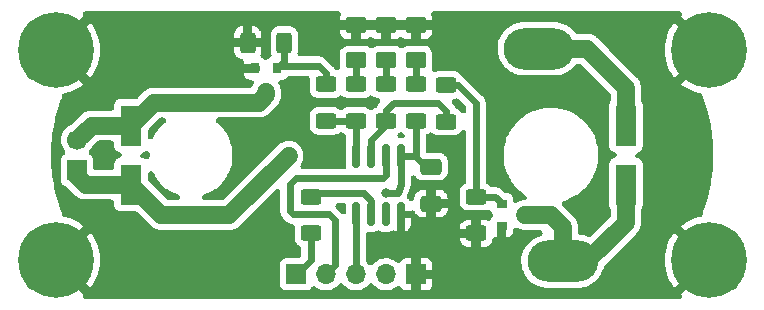
<source format=gbr>
%TF.GenerationSoftware,KiCad,Pcbnew,(5.99.0-11163-g08fb05e522)*%
%TF.CreationDate,2021-11-19T20:45:56+01:00*%
%TF.ProjectId,pumpBoard,70756d70-426f-4617-9264-2e6b69636164,rev?*%
%TF.SameCoordinates,Original*%
%TF.FileFunction,Copper,L1,Top*%
%TF.FilePolarity,Positive*%
%FSLAX46Y46*%
G04 Gerber Fmt 4.6, Leading zero omitted, Abs format (unit mm)*
G04 Created by KiCad (PCBNEW (5.99.0-11163-g08fb05e522)) date 2021-11-19 20:45:56*
%MOMM*%
%LPD*%
G01*
G04 APERTURE LIST*
G04 Aperture macros list*
%AMRoundRect*
0 Rectangle with rounded corners*
0 $1 Rounding radius*
0 $2 $3 $4 $5 $6 $7 $8 $9 X,Y pos of 4 corners*
0 Add a 4 corners polygon primitive as box body*
4,1,4,$2,$3,$4,$5,$6,$7,$8,$9,$2,$3,0*
0 Add four circle primitives for the rounded corners*
1,1,$1+$1,$2,$3*
1,1,$1+$1,$4,$5*
1,1,$1+$1,$6,$7*
1,1,$1+$1,$8,$9*
0 Add four rect primitives between the rounded corners*
20,1,$1+$1,$2,$3,$4,$5,0*
20,1,$1+$1,$4,$5,$6,$7,0*
20,1,$1+$1,$6,$7,$8,$9,0*
20,1,$1+$1,$8,$9,$2,$3,0*%
G04 Aperture macros list end*
%TA.AperFunction,SMDPad,CuDef*%
%ADD10RoundRect,0.250000X0.400000X0.625000X-0.400000X0.625000X-0.400000X-0.625000X0.400000X-0.625000X0*%
%TD*%
%TA.AperFunction,ComponentPad*%
%ADD11C,0.800000*%
%TD*%
%TA.AperFunction,ComponentPad*%
%ADD12C,6.400000*%
%TD*%
%TA.AperFunction,SMDPad,CuDef*%
%ADD13RoundRect,0.250000X0.625000X-0.400000X0.625000X0.400000X-0.625000X0.400000X-0.625000X-0.400000X0*%
%TD*%
%TA.AperFunction,SMDPad,CuDef*%
%ADD14RoundRect,0.250000X-0.625000X0.400000X-0.625000X-0.400000X0.625000X-0.400000X0.625000X0.400000X0*%
%TD*%
%TA.AperFunction,SMDPad,CuDef*%
%ADD15RoundRect,0.250001X-0.624999X0.462499X-0.624999X-0.462499X0.624999X-0.462499X0.624999X0.462499X0*%
%TD*%
%TA.AperFunction,ComponentPad*%
%ADD16R,1.700000X1.700000*%
%TD*%
%TA.AperFunction,ComponentPad*%
%ADD17O,1.700000X1.700000*%
%TD*%
%TA.AperFunction,SMDPad,CuDef*%
%ADD18RoundRect,0.250000X-0.650000X0.412500X-0.650000X-0.412500X0.650000X-0.412500X0.650000X0.412500X0*%
%TD*%
%TA.AperFunction,SMDPad,CuDef*%
%ADD19R,1.800000X3.500000*%
%TD*%
%TA.AperFunction,SMDPad,CuDef*%
%ADD20R,0.900000X0.800000*%
%TD*%
%TA.AperFunction,SMDPad,CuDef*%
%ADD21RoundRect,0.150000X-0.150000X0.825000X-0.150000X-0.825000X0.150000X-0.825000X0.150000X0.825000X0*%
%TD*%
%TA.AperFunction,SMDPad,CuDef*%
%ADD22R,0.800000X0.900000*%
%TD*%
%TA.AperFunction,ComponentPad*%
%ADD23O,6.000000X3.500000*%
%TD*%
%TA.AperFunction,ComponentPad*%
%ADD24C,1.700000*%
%TD*%
%TA.AperFunction,ViaPad*%
%ADD25C,0.800000*%
%TD*%
%TA.AperFunction,ViaPad*%
%ADD26C,1.270000*%
%TD*%
%TA.AperFunction,Conductor*%
%ADD27C,1.500000*%
%TD*%
%TA.AperFunction,Conductor*%
%ADD28C,0.600000*%
%TD*%
G04 APERTURE END LIST*
D10*
%TO.P,R7,1*%
%TO.N,Net-(Q1-Pad1)*%
X145060000Y-86995000D03*
%TO.P,R7,2*%
%TO.N,GND*%
X141960000Y-86995000D03*
%TD*%
D11*
%TO.P,H2,1,1*%
%TO.N,GND*%
X179277944Y-85932944D03*
X180975000Y-85230000D03*
X183375000Y-87630000D03*
X178575000Y-87630000D03*
X182672056Y-89327056D03*
X179277944Y-89327056D03*
X182672056Y-85932944D03*
D12*
X180975000Y-87630000D03*
D11*
X180975000Y-90030000D03*
%TD*%
D13*
%TO.P,R6,1*%
%TO.N,S_PUMP*%
X158750000Y-93690000D03*
%TO.P,R6,2*%
%TO.N,Net-(Q2-Pad1)*%
X158750000Y-90590000D03*
%TD*%
D14*
%TO.P,R8,1*%
%TO.N,Net-(Q2-Pad1)*%
X161290000Y-100050000D03*
%TO.P,R8,2*%
%TO.N,GND*%
X161290000Y-103150000D03*
%TD*%
D13*
%TO.P,R1,1*%
%TO.N,+5V*%
X156210000Y-93625000D03*
%TO.P,R1,2*%
%TO.N,Net-(D1-Pad2)*%
X156210000Y-90525000D03*
%TD*%
%TO.P,R3,1*%
%TO.N,S_EV*%
X151130000Y-93625000D03*
%TO.P,R3,2*%
%TO.N,Net-(D2-Pad2)*%
X151130000Y-90525000D03*
%TD*%
D14*
%TO.P,R5,1*%
%TO.N,Net-(Q1-Pad1)*%
X148590000Y-90525000D03*
%TO.P,R5,2*%
%TO.N,S_EV*%
X148590000Y-93625000D03*
%TD*%
D15*
%TO.P,D1,1,K*%
%TO.N,GND*%
X156210000Y-85507500D03*
%TO.P,D1,2,A*%
%TO.N,Net-(D1-Pad2)*%
X156210000Y-88482500D03*
%TD*%
%TO.P,D2,1,K*%
%TO.N,GND*%
X151130000Y-85507500D03*
%TO.P,D2,2,A*%
%TO.N,Net-(D2-Pad2)*%
X151130000Y-88482500D03*
%TD*%
D16*
%TO.P,J2,1,Pin_1*%
%TO.N,Net-(J2-Pad1)*%
X146050000Y-106618000D03*
%TD*%
%TO.P,J1,1,Pin_1*%
%TO.N,GND*%
X156210000Y-106618000D03*
D17*
%TO.P,J1,2,Pin_2*%
%TO.N,+5V*%
X153670000Y-106618000D03*
%TO.P,J1,3,Pin_3*%
%TO.N,signal*%
X151130000Y-106618000D03*
%TO.P,J1,4,Pin_4*%
%TO.N,TX*%
X148590000Y-106618000D03*
%TD*%
D18*
%TO.P,C1,1*%
%TO.N,+5V*%
X157480000Y-97497500D03*
%TO.P,C1,2*%
%TO.N,GND*%
X157480000Y-100622500D03*
%TD*%
D13*
%TO.P,R4,1*%
%TO.N,S_PUMP*%
X153670000Y-93625000D03*
%TO.P,R4,2*%
%TO.N,Net-(D3-Pad2)*%
X153670000Y-90525000D03*
%TD*%
D15*
%TO.P,D3,1,K*%
%TO.N,GND*%
X153670000Y-85507500D03*
%TO.P,D3,2,A*%
%TO.N,Net-(D3-Pad2)*%
X153670000Y-88482500D03*
%TD*%
D11*
%TO.P,H1,1,1*%
%TO.N,GND*%
X124032944Y-103712944D03*
X127427056Y-103712944D03*
D12*
X125730000Y-105410000D03*
D11*
X125730000Y-107810000D03*
X123330000Y-105410000D03*
X124032944Y-107107056D03*
X125730000Y-103010000D03*
X127427056Y-107107056D03*
X128130000Y-105410000D03*
%TD*%
%TO.P,H4,1,1*%
%TO.N,GND*%
X124032944Y-85932944D03*
X124032944Y-89327056D03*
D12*
X125730000Y-87630000D03*
D11*
X125730000Y-90030000D03*
X125730000Y-85230000D03*
X127427056Y-85932944D03*
X123330000Y-87630000D03*
X127427056Y-89327056D03*
X128130000Y-87630000D03*
%TD*%
D19*
%TO.P,D4,1,K*%
%TO.N,+5V*%
X132080000Y-99020000D03*
%TO.P,D4,2,A*%
%TO.N,Net-(D4-Pad2)*%
X132080000Y-94020000D03*
%TD*%
D20*
%TO.P,Q2,1,G*%
%TO.N,Net-(Q2-Pad1)*%
X163465000Y-100650000D03*
%TO.P,Q2,2,S*%
%TO.N,GND*%
X163465000Y-102550000D03*
%TO.P,Q2,3,D*%
%TO.N,Net-(D5-Pad2)*%
X165465000Y-101600000D03*
%TD*%
D21*
%TO.P,U1,1,VCC*%
%TO.N,+5V*%
X154940000Y-96585000D03*
%TO.P,U1,2,PA6*%
%TO.N,TX*%
X153670000Y-96585000D03*
%TO.P,U1,3,PA7*%
%TO.N,S_PUMP*%
X152400000Y-96585000D03*
%TO.P,U1,4,PA1*%
%TO.N,S_EV*%
X151130000Y-96585000D03*
%TO.P,U1,5,PA2*%
%TO.N,signal*%
X151130000Y-101535000D03*
%TO.P,U1,6,~RESET~/PA0*%
%TO.N,Net-(R2-Pad1)*%
X152400000Y-101535000D03*
%TO.P,U1,7,PA3*%
%TO.N,unconnected-(U1-Pad7)*%
X153670000Y-101535000D03*
%TO.P,U1,8,GND*%
%TO.N,GND*%
X154940000Y-101535000D03*
%TD*%
D14*
%TO.P,R2,1*%
%TO.N,Net-(R2-Pad1)*%
X147320000Y-100050000D03*
%TO.P,R2,2*%
%TO.N,Net-(J2-Pad1)*%
X147320000Y-103150000D03*
%TD*%
D22*
%TO.P,Q1,1,G*%
%TO.N,Net-(Q1-Pad1)*%
X144460000Y-89170000D03*
%TO.P,Q1,2,S*%
%TO.N,GND*%
X142560000Y-89170000D03*
%TO.P,Q1,3,D*%
%TO.N,Net-(D4-Pad2)*%
X143510000Y-91170000D03*
%TD*%
D19*
%TO.P,D5,1,K*%
%TO.N,+5V*%
X173990000Y-94020000D03*
%TO.P,D5,2,A*%
%TO.N,Net-(D5-Pad2)*%
X173990000Y-99020000D03*
%TD*%
D11*
%TO.P,H3,1,1*%
%TO.N,GND*%
X180975000Y-103010000D03*
D12*
X180975000Y-105410000D03*
D11*
X183375000Y-105410000D03*
X182672056Y-103712944D03*
X179277944Y-103712944D03*
X179277944Y-107107056D03*
X178575000Y-105410000D03*
X182672056Y-107107056D03*
X180975000Y-107810000D03*
%TD*%
D23*
%TO.P,J4,1,Pin_1*%
%TO.N,+5V*%
X166640000Y-87520000D03*
%TO.P,J4,2,Pin_2*%
%TO.N,Net-(D5-Pad2)*%
X168640000Y-105520000D03*
%TD*%
D24*
%TO.P,J3,1,Pin_1*%
%TO.N,Net-(D4-Pad2)*%
X127508000Y-95250000D03*
D16*
%TO.P,J3,2,Pin_2*%
%TO.N,+5V*%
X127508000Y-97790000D03*
%TD*%
D25*
%TO.N,+5V*%
X153670000Y-99760000D03*
D26*
X145415000Y-96585000D03*
%TD*%
D27*
%TO.N,+5V*%
X173990000Y-90805000D02*
X170705000Y-87520000D01*
X134660000Y-101600000D02*
X132080000Y-99020000D01*
X145415000Y-96585000D02*
X140400000Y-101600000D01*
X173990000Y-94020000D02*
X173990000Y-90805000D01*
X127508000Y-98298000D02*
X128230000Y-99020000D01*
D28*
X156210000Y-96520000D02*
X156145000Y-96585000D01*
X156145000Y-96585000D02*
X154940000Y-96585000D01*
X154940000Y-98998000D02*
X154940000Y-96585000D01*
X157057500Y-97497500D02*
X156145000Y-96585000D01*
X156210000Y-93625000D02*
X156210000Y-96520000D01*
X157480000Y-97497500D02*
X157057500Y-97497500D01*
D27*
X127508000Y-97790000D02*
X127508000Y-98298000D01*
X140400000Y-101600000D02*
X134660000Y-101600000D01*
X170705000Y-87520000D02*
X166640000Y-87520000D01*
X128230000Y-99020000D02*
X132080000Y-99020000D01*
D28*
X153670000Y-99760000D02*
X154686000Y-99760000D01*
X154686000Y-99760000D02*
X154940000Y-98998000D01*
%TO.N,Net-(D1-Pad2)*%
X156210000Y-88482500D02*
X156210000Y-90525000D01*
%TO.N,Net-(D2-Pad2)*%
X151130000Y-88482500D02*
X151130000Y-90525000D01*
%TO.N,Net-(D3-Pad2)*%
X153670000Y-88482500D02*
X153670000Y-90525000D01*
D27*
%TO.N,Net-(D4-Pad2)*%
X143510000Y-91440000D02*
X142875000Y-92075000D01*
X143510000Y-91170000D02*
X143510000Y-91440000D01*
X142875000Y-92075000D02*
X134025000Y-92075000D01*
X134025000Y-92075000D02*
X132080000Y-94020000D01*
X128738000Y-94020000D02*
X127508000Y-95250000D01*
X132080000Y-94020000D02*
X128738000Y-94020000D01*
%TO.N,Net-(D5-Pad2)*%
X168640000Y-102600000D02*
X168640000Y-105520000D01*
X167640000Y-101600000D02*
X168640000Y-102600000D01*
X173990000Y-99020000D02*
X173990000Y-102235000D01*
X170705000Y-105520000D02*
X168640000Y-105520000D01*
X173990000Y-102235000D02*
X170705000Y-105520000D01*
X165465000Y-101600000D02*
X167640000Y-101600000D01*
D28*
%TO.N,Net-(Q1-Pad1)*%
X145060000Y-86995000D02*
X145060000Y-88570000D01*
X144655000Y-88975000D02*
X144460000Y-89170000D01*
X147955000Y-88975000D02*
X144655000Y-88975000D01*
X145060000Y-88570000D02*
X144460000Y-89170000D01*
X147955000Y-88975000D02*
X148590000Y-89610000D01*
X148590000Y-89610000D02*
X148590000Y-90525000D01*
%TO.N,Net-(Q2-Pad1)*%
X161290000Y-92140000D02*
X161290000Y-100050000D01*
X158750000Y-90590000D02*
X159740000Y-90590000D01*
X163465000Y-100600000D02*
X162915000Y-100050000D01*
X159740000Y-90590000D02*
X161290000Y-92140000D01*
X163465000Y-100650000D02*
X163465000Y-100600000D01*
X162915000Y-100050000D02*
X161290000Y-100050000D01*
%TO.N,Net-(R2-Pad1)*%
X147610000Y-99760000D02*
X151765000Y-99760000D01*
X152400000Y-100395000D02*
X152400000Y-101535000D01*
X147320000Y-100050000D02*
X147610000Y-99760000D01*
X151765000Y-99760000D02*
X152400000Y-100395000D01*
%TO.N,S_EV*%
X151130000Y-93625000D02*
X151130000Y-96585000D01*
X151130000Y-93625000D02*
X148590000Y-93625000D01*
%TO.N,S_PUMP*%
X154305000Y-92075000D02*
X158050000Y-92075000D01*
X158050000Y-92075000D02*
X158750000Y-92775000D01*
X153670000Y-93980000D02*
X153670000Y-93625000D01*
X152400000Y-95250000D02*
X153670000Y-93980000D01*
X158750000Y-92775000D02*
X158750000Y-93690000D01*
X152400000Y-96585000D02*
X152400000Y-95250000D01*
X153670000Y-92710000D02*
X153670000Y-93625000D01*
X154305000Y-92075000D02*
X153670000Y-92710000D01*
%TO.N,TX*%
X145796000Y-101538000D02*
X148844000Y-101538000D01*
X145542000Y-101284000D02*
X145796000Y-101538000D01*
X149352000Y-102046000D02*
X149352000Y-105856000D01*
X153416000Y-98490000D02*
X146050000Y-98490000D01*
X153670000Y-96585000D02*
X153670000Y-98236000D01*
X153670000Y-98236000D02*
X153416000Y-98490000D01*
X148844000Y-101538000D02*
X149352000Y-102046000D01*
X146050000Y-98490000D02*
X145542000Y-98998000D01*
X145542000Y-98998000D02*
X145542000Y-101284000D01*
X149352000Y-105856000D02*
X148590000Y-106618000D01*
%TO.N,signal*%
X151130000Y-101535000D02*
X151130000Y-106665000D01*
X151130000Y-106665000D02*
X151115000Y-106680000D01*
%TO.N,Net-(J2-Pad1)*%
X147320000Y-103150000D02*
X147320000Y-105410000D01*
X147320000Y-105410000D02*
X146050000Y-106680000D01*
%TD*%
%TA.AperFunction,Conductor*%
%TO.N,GND*%
G36*
X149702312Y-84347258D02*
G01*
X149784391Y-84402102D01*
X149839235Y-84484181D01*
X149858493Y-84581000D01*
X149839235Y-84677819D01*
X149824266Y-84708072D01*
X149812667Y-84728041D01*
X149801022Y-84754823D01*
X149757822Y-84897459D01*
X149752905Y-84922818D01*
X149747500Y-84983370D01*
X149747000Y-84994604D01*
X149747000Y-85082582D01*
X149751134Y-85103366D01*
X149771918Y-85107500D01*
X157568082Y-85107500D01*
X157588866Y-85103366D01*
X157593000Y-85082582D01*
X157593000Y-85009455D01*
X157592150Y-84994829D01*
X157579237Y-84884072D01*
X157572520Y-84855655D01*
X157522258Y-84717184D01*
X157510791Y-84694286D01*
X157484659Y-84599092D01*
X157496944Y-84501144D01*
X157545778Y-84415353D01*
X157623725Y-84354780D01*
X157718919Y-84328648D01*
X157737011Y-84328000D01*
X178461195Y-84328000D01*
X178558014Y-84347258D01*
X178640093Y-84402102D01*
X178694937Y-84484181D01*
X178714195Y-84581000D01*
X178694937Y-84677819D01*
X178656882Y-84740840D01*
X178662831Y-84752146D01*
X181361787Y-87451102D01*
X181416631Y-87533181D01*
X181435889Y-87630000D01*
X181416631Y-87726819D01*
X181361787Y-87808898D01*
X178668858Y-90501827D01*
X178657085Y-90519446D01*
X178663978Y-90529762D01*
X178787402Y-90629709D01*
X178798113Y-90637491D01*
X179112947Y-90841946D01*
X179124395Y-90848556D01*
X179458898Y-91018994D01*
X179470960Y-91024364D01*
X179821442Y-91158901D01*
X179834016Y-91162987D01*
X180196621Y-91260146D01*
X180209567Y-91262898D01*
X180254790Y-91270061D01*
X180347404Y-91304229D01*
X180419893Y-91371237D01*
X180461221Y-91460885D01*
X180463206Y-91473892D01*
X180463161Y-91474485D01*
X180463639Y-91476735D01*
X180463640Y-91476739D01*
X180465121Y-91483703D01*
X180466180Y-91489995D01*
X180465934Y-91503408D01*
X180479222Y-91552146D01*
X180479392Y-91552769D01*
X180482769Y-91566701D01*
X180485320Y-91578696D01*
X180493412Y-91616756D01*
X180496409Y-91622321D01*
X180495608Y-91622626D01*
X180500574Y-91635901D01*
X180500575Y-91635905D01*
X180618897Y-91952201D01*
X180622721Y-91963188D01*
X180838488Y-92632203D01*
X180842199Y-92644822D01*
X181022719Y-93323455D01*
X181025768Y-93336251D01*
X181084161Y-93612945D01*
X181163808Y-93990345D01*
X181170762Y-94023298D01*
X181173142Y-94036228D01*
X181178121Y-94067886D01*
X181282239Y-94729923D01*
X181283944Y-94742966D01*
X181305064Y-94945319D01*
X181355588Y-95429404D01*
X181356837Y-95441375D01*
X181357862Y-95454484D01*
X181378086Y-95843079D01*
X181394358Y-96155747D01*
X181394700Y-96168896D01*
X181394700Y-96871104D01*
X181394358Y-96884253D01*
X181393026Y-96909838D01*
X181360995Y-97525319D01*
X181357862Y-97585511D01*
X181356837Y-97598621D01*
X181348187Y-97681500D01*
X181283944Y-98297034D01*
X181282239Y-98310077D01*
X181226800Y-98662587D01*
X181174081Y-98997804D01*
X181173143Y-99003766D01*
X181170763Y-99016697D01*
X181121486Y-99250195D01*
X181025768Y-99703749D01*
X181022719Y-99716545D01*
X180842199Y-100395178D01*
X180838488Y-100407797D01*
X180622721Y-101076812D01*
X180618897Y-101087799D01*
X180520080Y-101351957D01*
X180495608Y-101417374D01*
X180496409Y-101417679D01*
X180488666Y-101450171D01*
X180486013Y-101461304D01*
X180482298Y-101475142D01*
X180476388Y-101494906D01*
X180467635Y-101524174D01*
X180467546Y-101538796D01*
X180464156Y-101553020D01*
X180464488Y-101559577D01*
X180431890Y-101650380D01*
X180365519Y-101723454D01*
X180276237Y-101765566D01*
X180254600Y-101769969D01*
X180209567Y-101777102D01*
X180196621Y-101779854D01*
X179834016Y-101877013D01*
X179821442Y-101881099D01*
X179470960Y-102015636D01*
X179458898Y-102021006D01*
X179124395Y-102191444D01*
X179112947Y-102198054D01*
X178798113Y-102402509D01*
X178787402Y-102410291D01*
X178670604Y-102504872D01*
X178657054Y-102521165D01*
X178662831Y-102532146D01*
X181361787Y-105231102D01*
X181416631Y-105313181D01*
X181435889Y-105410000D01*
X181416631Y-105506819D01*
X181361787Y-105588898D01*
X178668858Y-108281827D01*
X178657086Y-108299445D01*
X178669777Y-108318439D01*
X178707554Y-108409640D01*
X178707555Y-108508356D01*
X178669779Y-108599557D01*
X178599977Y-108669361D01*
X178508776Y-108707138D01*
X178459416Y-108712000D01*
X128243805Y-108712000D01*
X128146986Y-108692742D01*
X128064907Y-108637898D01*
X128010063Y-108555819D01*
X127990805Y-108459000D01*
X128010063Y-108362181D01*
X128048118Y-108299160D01*
X128042169Y-108287854D01*
X125343213Y-105588898D01*
X125288369Y-105506819D01*
X125269111Y-105410000D01*
X126301531Y-105410000D01*
X126313304Y-105427619D01*
X128601827Y-107716142D01*
X128619446Y-107727915D01*
X128629762Y-107721022D01*
X128729709Y-107597598D01*
X128737491Y-107586887D01*
X128941946Y-107272053D01*
X128948556Y-107260605D01*
X129118994Y-106926102D01*
X129124364Y-106914040D01*
X129258901Y-106563558D01*
X129262987Y-106550984D01*
X129360146Y-106188379D01*
X129362899Y-106175430D01*
X129421624Y-105804657D01*
X129423007Y-105791498D01*
X129442653Y-105416621D01*
X129442653Y-105403379D01*
X129423007Y-105028502D01*
X129421624Y-105015343D01*
X129362899Y-104644570D01*
X129360146Y-104631621D01*
X129262987Y-104269016D01*
X129258901Y-104256442D01*
X129124364Y-103905960D01*
X129118994Y-103893898D01*
X128948556Y-103559395D01*
X128941946Y-103547947D01*
X128737491Y-103233113D01*
X128729709Y-103222402D01*
X128635128Y-103105604D01*
X128618835Y-103092054D01*
X128607854Y-103097831D01*
X126313304Y-105392381D01*
X126301531Y-105410000D01*
X125269111Y-105410000D01*
X125288369Y-105313181D01*
X125343213Y-105231102D01*
X128036142Y-102538173D01*
X128047915Y-102520554D01*
X128041022Y-102510238D01*
X127917598Y-102410291D01*
X127906887Y-102402509D01*
X127592053Y-102198054D01*
X127580605Y-102191444D01*
X127246102Y-102021006D01*
X127234040Y-102015636D01*
X126883558Y-101881099D01*
X126870984Y-101877013D01*
X126508379Y-101779854D01*
X126495433Y-101777102D01*
X126450210Y-101769939D01*
X126357596Y-101735771D01*
X126285107Y-101668763D01*
X126243779Y-101579115D01*
X126241794Y-101566108D01*
X126241839Y-101565515D01*
X126239878Y-101556292D01*
X126238820Y-101550005D01*
X126239066Y-101536592D01*
X126225605Y-101487219D01*
X126222231Y-101473299D01*
X126215337Y-101440874D01*
X126215336Y-101440871D01*
X126211588Y-101423244D01*
X126208591Y-101417679D01*
X126209392Y-101417374D01*
X126202189Y-101398117D01*
X126086103Y-101087799D01*
X126082279Y-101076812D01*
X125866512Y-100407797D01*
X125862801Y-100395178D01*
X125682281Y-99716545D01*
X125679232Y-99703749D01*
X125583514Y-99250195D01*
X125534237Y-99016697D01*
X125531857Y-99003766D01*
X125530920Y-98997804D01*
X125478200Y-98662587D01*
X125422761Y-98310077D01*
X125421056Y-98297034D01*
X125356813Y-97681500D01*
X125348163Y-97598621D01*
X125347138Y-97585511D01*
X125344006Y-97525319D01*
X125313544Y-96940000D01*
X126144500Y-96940000D01*
X126144500Y-98640000D01*
X126144823Y-98644510D01*
X126144823Y-98644522D01*
X126146478Y-98667650D01*
X126149727Y-98713079D01*
X126153546Y-98726084D01*
X126153546Y-98726086D01*
X126183471Y-98828000D01*
X126190904Y-98853316D01*
X126200686Y-98868537D01*
X126254004Y-98951500D01*
X126269923Y-98976271D01*
X126311925Y-99012666D01*
X126362182Y-99056214D01*
X126380381Y-99071984D01*
X126513330Y-99132700D01*
X126523061Y-99134099D01*
X126605187Y-99177058D01*
X126622561Y-99192424D01*
X126623628Y-99193458D01*
X126626396Y-99196184D01*
X127270064Y-99839852D01*
X127291883Y-99864732D01*
X127299941Y-99875233D01*
X127308270Y-99882812D01*
X127308273Y-99882815D01*
X127356641Y-99926826D01*
X127365267Y-99935055D01*
X127379721Y-99949509D01*
X127398454Y-99965172D01*
X127406417Y-99972119D01*
X127452175Y-100013755D01*
X127466089Y-100026416D01*
X127475633Y-100032403D01*
X127480777Y-100036307D01*
X127494935Y-100046593D01*
X127500259Y-100050293D01*
X127508904Y-100057522D01*
X127518692Y-100063105D01*
X127518695Y-100063107D01*
X127578956Y-100097480D01*
X127588047Y-100102920D01*
X127656383Y-100145787D01*
X127666832Y-100149987D01*
X127672572Y-100152912D01*
X127688367Y-100160548D01*
X127694247Y-100163240D01*
X127704029Y-100168820D01*
X127714640Y-100172578D01*
X127714652Y-100172583D01*
X127780088Y-100195755D01*
X127789989Y-100199496D01*
X127864808Y-100229573D01*
X127875836Y-100231857D01*
X127882006Y-100233720D01*
X127898908Y-100238439D01*
X127905157Y-100240043D01*
X127915780Y-100243805D01*
X127995428Y-100256848D01*
X128005790Y-100258769D01*
X128075693Y-100273245D01*
X128075695Y-100273245D01*
X128084777Y-100275126D01*
X128094034Y-100275660D01*
X128094036Y-100275660D01*
X128105915Y-100276345D01*
X128117857Y-100277663D01*
X128126348Y-100278287D01*
X128137464Y-100280107D01*
X128237771Y-100278531D01*
X128241746Y-100278500D01*
X130413500Y-100278500D01*
X130510319Y-100297758D01*
X130592398Y-100352602D01*
X130647242Y-100434681D01*
X130666500Y-100531500D01*
X130666500Y-100770000D01*
X130666823Y-100774510D01*
X130666823Y-100774522D01*
X130667139Y-100778937D01*
X130671727Y-100843079D01*
X130675546Y-100856084D01*
X130675546Y-100856086D01*
X130707402Y-100964577D01*
X130712904Y-100983316D01*
X130722686Y-100998537D01*
X130780052Y-101087799D01*
X130791923Y-101106271D01*
X130830183Y-101139424D01*
X130886251Y-101188007D01*
X130902381Y-101201984D01*
X131035330Y-101262700D01*
X131180000Y-101283500D01*
X132458916Y-101283500D01*
X132555735Y-101302758D01*
X132637814Y-101357602D01*
X133700064Y-102419852D01*
X133721883Y-102444732D01*
X133729941Y-102455233D01*
X133738270Y-102462812D01*
X133738273Y-102462815D01*
X133786641Y-102506826D01*
X133795267Y-102515055D01*
X133809721Y-102529509D01*
X133828454Y-102545172D01*
X133836417Y-102552119D01*
X133896089Y-102606416D01*
X133905633Y-102612403D01*
X133910777Y-102616307D01*
X133924935Y-102626593D01*
X133930259Y-102630293D01*
X133938904Y-102637522D01*
X133948692Y-102643105D01*
X133948695Y-102643107D01*
X134008956Y-102677480D01*
X134018047Y-102682920D01*
X134086383Y-102725787D01*
X134096832Y-102729987D01*
X134102572Y-102732912D01*
X134118367Y-102740548D01*
X134124247Y-102743240D01*
X134134029Y-102748820D01*
X134144640Y-102752578D01*
X134144652Y-102752583D01*
X134210088Y-102775755D01*
X134219989Y-102779496D01*
X134294808Y-102809573D01*
X134305836Y-102811857D01*
X134312006Y-102813720D01*
X134328908Y-102818439D01*
X134335157Y-102820043D01*
X134345780Y-102823805D01*
X134425428Y-102836848D01*
X134435790Y-102838769D01*
X134505693Y-102853245D01*
X134505695Y-102853245D01*
X134514777Y-102855126D01*
X134524034Y-102855660D01*
X134524036Y-102855660D01*
X134535915Y-102856345D01*
X134547857Y-102857663D01*
X134556348Y-102858287D01*
X134567464Y-102860107D01*
X134667771Y-102858531D01*
X134671746Y-102858500D01*
X140300948Y-102858500D01*
X140333959Y-102860663D01*
X140347090Y-102862392D01*
X140423659Y-102858781D01*
X140435578Y-102858500D01*
X140456024Y-102858500D01*
X140480342Y-102856329D01*
X140490904Y-102855609D01*
X140508688Y-102854771D01*
X140560224Y-102852341D01*
X140560228Y-102852340D01*
X140571477Y-102851810D01*
X140582461Y-102849294D01*
X140588851Y-102848419D01*
X140606183Y-102845674D01*
X140612527Y-102844533D01*
X140623747Y-102843531D01*
X140634612Y-102840559D01*
X140634616Y-102840558D01*
X140701536Y-102822251D01*
X140711812Y-102819670D01*
X140779455Y-102804177D01*
X140779459Y-102804176D01*
X140790443Y-102801660D01*
X140800804Y-102797241D01*
X140806956Y-102795242D01*
X140823482Y-102789487D01*
X140829552Y-102787230D01*
X140840421Y-102784256D01*
X140854556Y-102777514D01*
X140913242Y-102749523D01*
X140922851Y-102745184D01*
X140997068Y-102713527D01*
X141006494Y-102707335D01*
X141012216Y-102704267D01*
X141027444Y-102695687D01*
X141033005Y-102692398D01*
X141043174Y-102687548D01*
X141108710Y-102640455D01*
X141117409Y-102634477D01*
X141184820Y-102590196D01*
X141197070Y-102579282D01*
X141200631Y-102576109D01*
X141210006Y-102568598D01*
X141216452Y-102563034D01*
X141225597Y-102556463D01*
X141295396Y-102484436D01*
X141298184Y-102481604D01*
X144301602Y-99478186D01*
X144383681Y-99423342D01*
X144480500Y-99404084D01*
X144577319Y-99423342D01*
X144659398Y-99478186D01*
X144714242Y-99560265D01*
X144733500Y-99657084D01*
X144733500Y-101285116D01*
X144733486Y-101287764D01*
X144733124Y-101322399D01*
X144732665Y-101366209D01*
X144735654Y-101380035D01*
X144735655Y-101380042D01*
X144740465Y-101402288D01*
X144744602Y-101427551D01*
X144748716Y-101464230D01*
X144757189Y-101488561D01*
X144765545Y-101518291D01*
X144766817Y-101524174D01*
X144770990Y-101543474D01*
X144786588Y-101576922D01*
X144796220Y-101600644D01*
X144808359Y-101635502D01*
X144815854Y-101647496D01*
X144815856Y-101647501D01*
X144822014Y-101657356D01*
X144836751Y-101684498D01*
X144841657Y-101695018D01*
X144847637Y-101707841D01*
X144856307Y-101719018D01*
X144870257Y-101737003D01*
X144884893Y-101757982D01*
X144904465Y-101789304D01*
X144914430Y-101799338D01*
X144914431Y-101799340D01*
X144932690Y-101817727D01*
X144933755Y-101818865D01*
X144934729Y-101820121D01*
X144983177Y-101868569D01*
X144983800Y-101869194D01*
X145032258Y-101917991D01*
X145033123Y-101918540D01*
X145033364Y-101918756D01*
X145225113Y-102110505D01*
X145226976Y-102112388D01*
X145281844Y-102168417D01*
X145312874Y-102188415D01*
X145333647Y-102203341D01*
X145362505Y-102226378D01*
X145375235Y-102232532D01*
X145375243Y-102232537D01*
X145385693Y-102237588D01*
X145412634Y-102252706D01*
X145434289Y-102266662D01*
X145468985Y-102279290D01*
X145492554Y-102289247D01*
X145513051Y-102299156D01*
X145513057Y-102299158D01*
X145525787Y-102305312D01*
X145539572Y-102308494D01*
X145539571Y-102308494D01*
X145550887Y-102311107D01*
X145580502Y-102319879D01*
X145591418Y-102323852D01*
X145591424Y-102323853D01*
X145604712Y-102328690D01*
X145618741Y-102330462D01*
X145618744Y-102330463D01*
X145641322Y-102333315D01*
X145666527Y-102337805D01*
X145688710Y-102342926D01*
X145688712Y-102342926D01*
X145702498Y-102346109D01*
X145716648Y-102346158D01*
X145720145Y-102346563D01*
X145814109Y-102376820D01*
X145889342Y-102440733D01*
X145934390Y-102528571D01*
X145943069Y-102620377D01*
X145941170Y-102641658D01*
X145937001Y-102688369D01*
X145936500Y-102693978D01*
X145936500Y-103592886D01*
X145951978Y-103725643D01*
X145956992Y-103739455D01*
X145956992Y-103739457D01*
X146007217Y-103877824D01*
X146012313Y-103891864D01*
X146020368Y-103904150D01*
X146020370Y-103904154D01*
X146096931Y-104020928D01*
X146109269Y-104039747D01*
X146237645Y-104161358D01*
X146250351Y-104168738D01*
X146250352Y-104168739D01*
X146385573Y-104247281D01*
X146459621Y-104312563D01*
X146503050Y-104401212D01*
X146511500Y-104466054D01*
X146511500Y-104970312D01*
X146492242Y-105067131D01*
X146437398Y-105149210D01*
X146406210Y-105180398D01*
X146324131Y-105235242D01*
X146227312Y-105254500D01*
X145200000Y-105254500D01*
X145195490Y-105254823D01*
X145195478Y-105254823D01*
X145159785Y-105257376D01*
X145126921Y-105259727D01*
X145113916Y-105263546D01*
X145113914Y-105263546D01*
X145004045Y-105295806D01*
X145004043Y-105295807D01*
X144986684Y-105300904D01*
X144971463Y-105310686D01*
X144878951Y-105370140D01*
X144878949Y-105370141D01*
X144863729Y-105379923D01*
X144822400Y-105427619D01*
X144794841Y-105459424D01*
X144768016Y-105490381D01*
X144707300Y-105623330D01*
X144686500Y-105768000D01*
X144686500Y-107468000D01*
X144686823Y-107472510D01*
X144686823Y-107472522D01*
X144687139Y-107476937D01*
X144691727Y-107541079D01*
X144695546Y-107554084D01*
X144695546Y-107554086D01*
X144727798Y-107663926D01*
X144732904Y-107681316D01*
X144742686Y-107696537D01*
X144801931Y-107788723D01*
X144811923Y-107804271D01*
X144922381Y-107899984D01*
X144938841Y-107907501D01*
X145035632Y-107951704D01*
X145055330Y-107960700D01*
X145200000Y-107981500D01*
X146900000Y-107981500D01*
X146904510Y-107981177D01*
X146904522Y-107981177D01*
X146940215Y-107978624D01*
X146973079Y-107976273D01*
X146986084Y-107972454D01*
X146986086Y-107972454D01*
X147095955Y-107940194D01*
X147095957Y-107940193D01*
X147113316Y-107935096D01*
X147142149Y-107916566D01*
X147221049Y-107865860D01*
X147221051Y-107865859D01*
X147236271Y-107856077D01*
X147294228Y-107789192D01*
X147320133Y-107759296D01*
X147320134Y-107759295D01*
X147331984Y-107745619D01*
X147339501Y-107729159D01*
X147345535Y-107719770D01*
X147414081Y-107648734D01*
X147504594Y-107609335D01*
X147603294Y-107607574D01*
X147695155Y-107643718D01*
X147719968Y-107661887D01*
X147807929Y-107734914D01*
X147849193Y-107759027D01*
X147991227Y-107842025D01*
X148000851Y-107847649D01*
X148209596Y-107927360D01*
X148314579Y-107948719D01*
X148418385Y-107969839D01*
X148418389Y-107969839D01*
X148428556Y-107971908D01*
X148551494Y-107976416D01*
X148641481Y-107979716D01*
X148641485Y-107979716D01*
X148651852Y-107980096D01*
X148873488Y-107951704D01*
X148883434Y-107948720D01*
X148883439Y-107948719D01*
X149022225Y-107907081D01*
X149087509Y-107887495D01*
X149096831Y-107882928D01*
X149096834Y-107882927D01*
X149278846Y-107793760D01*
X149278848Y-107793759D01*
X149288170Y-107789192D01*
X149296619Y-107783165D01*
X149296623Y-107783163D01*
X149461625Y-107665468D01*
X149470082Y-107659436D01*
X149480822Y-107648734D01*
X149577396Y-107552495D01*
X149628357Y-107501711D01*
X149634413Y-107493283D01*
X149634420Y-107493275D01*
X149654199Y-107465750D01*
X149726337Y-107398363D01*
X149818771Y-107363712D01*
X149917430Y-107367072D01*
X150007292Y-107407931D01*
X150050886Y-107447738D01*
X150169204Y-107584328D01*
X150169209Y-107584333D01*
X150176009Y-107592183D01*
X150184002Y-107598819D01*
X150339939Y-107728281D01*
X150339942Y-107728283D01*
X150347929Y-107734914D01*
X150389193Y-107759027D01*
X150531227Y-107842025D01*
X150540851Y-107847649D01*
X150749596Y-107927360D01*
X150854579Y-107948719D01*
X150958385Y-107969839D01*
X150958389Y-107969839D01*
X150968556Y-107971908D01*
X151091494Y-107976416D01*
X151181481Y-107979716D01*
X151181485Y-107979716D01*
X151191852Y-107980096D01*
X151413488Y-107951704D01*
X151423434Y-107948720D01*
X151423439Y-107948719D01*
X151562225Y-107907081D01*
X151627509Y-107887495D01*
X151636831Y-107882928D01*
X151636834Y-107882927D01*
X151818846Y-107793760D01*
X151818848Y-107793759D01*
X151828170Y-107789192D01*
X151836619Y-107783165D01*
X151836623Y-107783163D01*
X152001625Y-107665468D01*
X152010082Y-107659436D01*
X152020822Y-107648734D01*
X152117396Y-107552495D01*
X152168357Y-107501711D01*
X152174413Y-107493283D01*
X152174420Y-107493275D01*
X152194199Y-107465750D01*
X152266337Y-107398363D01*
X152358771Y-107363712D01*
X152457430Y-107367072D01*
X152547292Y-107407931D01*
X152590886Y-107447738D01*
X152709204Y-107584328D01*
X152709209Y-107584333D01*
X152716009Y-107592183D01*
X152724002Y-107598819D01*
X152879939Y-107728281D01*
X152879942Y-107728283D01*
X152887929Y-107734914D01*
X152929193Y-107759027D01*
X153071227Y-107842025D01*
X153080851Y-107847649D01*
X153289596Y-107927360D01*
X153394579Y-107948719D01*
X153498385Y-107969839D01*
X153498389Y-107969839D01*
X153508556Y-107971908D01*
X153631494Y-107976416D01*
X153721481Y-107979716D01*
X153721485Y-107979716D01*
X153731852Y-107980096D01*
X153953488Y-107951704D01*
X153963434Y-107948720D01*
X153963439Y-107948719D01*
X154102225Y-107907081D01*
X154167509Y-107887495D01*
X154176831Y-107882928D01*
X154176834Y-107882927D01*
X154358846Y-107793760D01*
X154358848Y-107793759D01*
X154368170Y-107789192D01*
X154376619Y-107783165D01*
X154376623Y-107783163D01*
X154541630Y-107665465D01*
X154541632Y-107665463D01*
X154550082Y-107659436D01*
X154550598Y-107660159D01*
X154629194Y-107616683D01*
X154727285Y-107605596D01*
X154822153Y-107632890D01*
X154899354Y-107694410D01*
X154918949Y-107720927D01*
X154962518Y-107788723D01*
X154985975Y-107815793D01*
X155068973Y-107887711D01*
X155099113Y-107907081D01*
X155199011Y-107952703D01*
X155233383Y-107962795D01*
X155351063Y-107979715D01*
X155369029Y-107981000D01*
X155785082Y-107981000D01*
X155805866Y-107976866D01*
X155810000Y-107956082D01*
X155810000Y-107042918D01*
X156610000Y-107042918D01*
X156610000Y-107956082D01*
X156614134Y-107976866D01*
X156634918Y-107981000D01*
X157055471Y-107981000D01*
X157064522Y-107980677D01*
X157119485Y-107976745D01*
X157146014Y-107971959D01*
X157255749Y-107939738D01*
X157288328Y-107924860D01*
X157380723Y-107865482D01*
X157407793Y-107842025D01*
X157479711Y-107759027D01*
X157499081Y-107728887D01*
X157544703Y-107628989D01*
X157554795Y-107594617D01*
X157571715Y-107476937D01*
X157573000Y-107458965D01*
X157573000Y-107042918D01*
X157568866Y-107022134D01*
X157548082Y-107018000D01*
X156634918Y-107018000D01*
X156614134Y-107022134D01*
X156610000Y-107042918D01*
X155810000Y-107042918D01*
X155810000Y-105279918D01*
X156610000Y-105279918D01*
X156610000Y-106193082D01*
X156614134Y-106213866D01*
X156634918Y-106218000D01*
X157548082Y-106218000D01*
X157568866Y-106213866D01*
X157573000Y-106193082D01*
X157573000Y-105772529D01*
X157572677Y-105763478D01*
X157568745Y-105708515D01*
X157563959Y-105681986D01*
X157531738Y-105572251D01*
X157516860Y-105539672D01*
X157457482Y-105447277D01*
X157434025Y-105420207D01*
X157351027Y-105348289D01*
X157320887Y-105328919D01*
X157220989Y-105283297D01*
X157186617Y-105273205D01*
X157068937Y-105256285D01*
X157050971Y-105255000D01*
X156634918Y-105255000D01*
X156614134Y-105259134D01*
X156610000Y-105279918D01*
X155810000Y-105279918D01*
X155805866Y-105259134D01*
X155785082Y-105255000D01*
X155364529Y-105255000D01*
X155355478Y-105255323D01*
X155300515Y-105259255D01*
X155273986Y-105264041D01*
X155164251Y-105296262D01*
X155131672Y-105311140D01*
X155039277Y-105370518D01*
X155012207Y-105393975D01*
X154940286Y-105476976D01*
X154915157Y-105516078D01*
X154846611Y-105587116D01*
X154756099Y-105626514D01*
X154657399Y-105628276D01*
X154565538Y-105592133D01*
X154545517Y-105577845D01*
X154432700Y-105488749D01*
X154432698Y-105488748D01*
X154424549Y-105482312D01*
X154264528Y-105393975D01*
X154238026Y-105379345D01*
X154238023Y-105379344D01*
X154228930Y-105374324D01*
X154018300Y-105299736D01*
X154008080Y-105297916D01*
X154008078Y-105297915D01*
X153808540Y-105262372D01*
X153798317Y-105260551D01*
X153787937Y-105260424D01*
X153787935Y-105260424D01*
X153672123Y-105259009D01*
X153574887Y-105257821D01*
X153354012Y-105291620D01*
X153344139Y-105294847D01*
X153344135Y-105294848D01*
X153151498Y-105357812D01*
X153141622Y-105361040D01*
X152943423Y-105464216D01*
X152935120Y-105470450D01*
X152799534Y-105572251D01*
X152764737Y-105598377D01*
X152757560Y-105605888D01*
X152757557Y-105605890D01*
X152736165Y-105628276D01*
X152610361Y-105759922D01*
X152604510Y-105768499D01*
X152597976Y-105776568D01*
X152595815Y-105774818D01*
X152538598Y-105830945D01*
X152447037Y-105867843D01*
X152348326Y-105866894D01*
X152257492Y-105828241D01*
X152211574Y-105784896D01*
X152210287Y-105786067D01*
X152100668Y-105665597D01*
X152059905Y-105620799D01*
X152034694Y-105600889D01*
X151970651Y-105525771D01*
X151940228Y-105431860D01*
X151938500Y-105402342D01*
X151938500Y-103574918D01*
X159907000Y-103574918D01*
X159907000Y-103585546D01*
X159907850Y-103600172D01*
X159920763Y-103710932D01*
X159927479Y-103739342D01*
X159977745Y-103877824D01*
X159990820Y-103903934D01*
X160071593Y-104027132D01*
X160090322Y-104049533D01*
X160197280Y-104150855D01*
X160220651Y-104168338D01*
X160348043Y-104242334D01*
X160374822Y-104253978D01*
X160517458Y-104297178D01*
X160542817Y-104302095D01*
X160603369Y-104307500D01*
X160614603Y-104308000D01*
X160865082Y-104308000D01*
X160885866Y-104303866D01*
X160890000Y-104283082D01*
X160890000Y-103574918D01*
X160885866Y-103554134D01*
X160865082Y-103550000D01*
X159931918Y-103550000D01*
X159911134Y-103554134D01*
X159907000Y-103574918D01*
X151938500Y-103574918D01*
X151938500Y-103271500D01*
X151957758Y-103174681D01*
X152012602Y-103092602D01*
X152094681Y-103037758D01*
X152191500Y-103018500D01*
X152589579Y-103018500D01*
X152619810Y-103014681D01*
X152699216Y-103004650D01*
X152699218Y-103004649D01*
X152715006Y-103002655D01*
X152751846Y-102988069D01*
X152854847Y-102947288D01*
X152854850Y-102947287D01*
X152869644Y-102941429D01*
X152882515Y-102932078D01*
X152882520Y-102932075D01*
X152885327Y-102930035D01*
X152890921Y-102927456D01*
X152896471Y-102924405D01*
X152896687Y-102924798D01*
X152974974Y-102888706D01*
X153073614Y-102884830D01*
X153162147Y-102918283D01*
X153164479Y-102920212D01*
X153178886Y-102926991D01*
X153178887Y-102926992D01*
X153246774Y-102958937D01*
X153314967Y-102991026D01*
X153330594Y-102994007D01*
X153330597Y-102994008D01*
X153447277Y-103016266D01*
X153447279Y-103016266D01*
X153458989Y-103018500D01*
X153859579Y-103018500D01*
X153889810Y-103014681D01*
X153969216Y-103004650D01*
X153969218Y-103004649D01*
X153985006Y-103002655D01*
X154021846Y-102988069D01*
X154124847Y-102947288D01*
X154124850Y-102947287D01*
X154139644Y-102941429D01*
X154152515Y-102932078D01*
X154152520Y-102932075D01*
X154155769Y-102929714D01*
X154162239Y-102926731D01*
X154166471Y-102924405D01*
X154166636Y-102924705D01*
X154245418Y-102888388D01*
X154344058Y-102884515D01*
X154440036Y-102920783D01*
X154449148Y-102926566D01*
X154570718Y-102983772D01*
X154600759Y-102993533D01*
X154615523Y-102996350D01*
X154636713Y-102996183D01*
X154640000Y-102988069D01*
X154640000Y-101859918D01*
X155240000Y-101859918D01*
X155240000Y-102979133D01*
X155244134Y-102999917D01*
X155250617Y-103001206D01*
X155269682Y-102996311D01*
X155394602Y-102946851D01*
X155422281Y-102931634D01*
X155530975Y-102852664D01*
X155554003Y-102831039D01*
X155639641Y-102727520D01*
X155656568Y-102700847D01*
X155657153Y-102699603D01*
X159907000Y-102699603D01*
X159907000Y-102725082D01*
X159911134Y-102745866D01*
X159931918Y-102750000D01*
X160865082Y-102750000D01*
X160885866Y-102745866D01*
X160890000Y-102725082D01*
X160890000Y-102016918D01*
X160885866Y-101996134D01*
X160865082Y-101992000D01*
X160629454Y-101992000D01*
X160614828Y-101992850D01*
X160504068Y-102005763D01*
X160475658Y-102012479D01*
X160337176Y-102062745D01*
X160311066Y-102075820D01*
X160187868Y-102156593D01*
X160165467Y-102175322D01*
X160064145Y-102282280D01*
X160046662Y-102305651D01*
X159972666Y-102433043D01*
X159961022Y-102459822D01*
X159917822Y-102602458D01*
X159912905Y-102627817D01*
X159907500Y-102688369D01*
X159907000Y-102699603D01*
X155657153Y-102699603D01*
X155713772Y-102579282D01*
X155723533Y-102549241D01*
X155745763Y-102432708D01*
X155748000Y-102409051D01*
X155748000Y-101859918D01*
X155743866Y-101839134D01*
X155723082Y-101835000D01*
X155264918Y-101835000D01*
X155244134Y-101839134D01*
X155240000Y-101859918D01*
X154640000Y-101859918D01*
X154640000Y-101488000D01*
X154659258Y-101391181D01*
X154714102Y-101309102D01*
X154796181Y-101254258D01*
X154893000Y-101235000D01*
X155723082Y-101235000D01*
X155746103Y-101230421D01*
X155758358Y-101222232D01*
X155849559Y-101184455D01*
X155948275Y-101184454D01*
X156039477Y-101222230D01*
X156109280Y-101292032D01*
X156136739Y-101346275D01*
X156142747Y-101362827D01*
X156155820Y-101388934D01*
X156236593Y-101512132D01*
X156255322Y-101534533D01*
X156362280Y-101635855D01*
X156385651Y-101653338D01*
X156513043Y-101727334D01*
X156539822Y-101738978D01*
X156682458Y-101782178D01*
X156707817Y-101787095D01*
X156768369Y-101792500D01*
X156779603Y-101793000D01*
X157055082Y-101793000D01*
X157075866Y-101788866D01*
X157080000Y-101768082D01*
X157080000Y-101047418D01*
X157880000Y-101047418D01*
X157880000Y-101768082D01*
X157884134Y-101788866D01*
X157904918Y-101793000D01*
X158165546Y-101793000D01*
X158180172Y-101792150D01*
X158290932Y-101779237D01*
X158319342Y-101772521D01*
X158457824Y-101722255D01*
X158483934Y-101709180D01*
X158607132Y-101628407D01*
X158629533Y-101609678D01*
X158730855Y-101502720D01*
X158748338Y-101479349D01*
X158822334Y-101351957D01*
X158833978Y-101325178D01*
X158877178Y-101182542D01*
X158882095Y-101157183D01*
X158887500Y-101096631D01*
X158888000Y-101085397D01*
X158888000Y-101047418D01*
X158883866Y-101026634D01*
X158863082Y-101022500D01*
X157904918Y-101022500D01*
X157884134Y-101026634D01*
X157880000Y-101047418D01*
X157080000Y-101047418D01*
X157080000Y-99476918D01*
X157880000Y-99476918D01*
X157880000Y-100197582D01*
X157884134Y-100218366D01*
X157904918Y-100222500D01*
X158863082Y-100222500D01*
X158883866Y-100218366D01*
X158888000Y-100197582D01*
X158888000Y-100174454D01*
X158887150Y-100159828D01*
X158874237Y-100049068D01*
X158867521Y-100020658D01*
X158817255Y-99882176D01*
X158804180Y-99856066D01*
X158723407Y-99732868D01*
X158704678Y-99710467D01*
X158597720Y-99609145D01*
X158574349Y-99591662D01*
X158446957Y-99517666D01*
X158420178Y-99506022D01*
X158277542Y-99462822D01*
X158252183Y-99457905D01*
X158191631Y-99452500D01*
X158180397Y-99452000D01*
X157904918Y-99452000D01*
X157884134Y-99456134D01*
X157880000Y-99476918D01*
X157080000Y-99476918D01*
X157075866Y-99456134D01*
X157055082Y-99452000D01*
X156794454Y-99452000D01*
X156779828Y-99452850D01*
X156669068Y-99465763D01*
X156640658Y-99472479D01*
X156502176Y-99522745D01*
X156476066Y-99535820D01*
X156352868Y-99616593D01*
X156330467Y-99635322D01*
X156229145Y-99742280D01*
X156211662Y-99765651D01*
X156137666Y-99893043D01*
X156126022Y-99919822D01*
X156082822Y-100062458D01*
X156077905Y-100087817D01*
X156072500Y-100148369D01*
X156072000Y-100159603D01*
X156072000Y-100163885D01*
X156071754Y-100165121D01*
X156071749Y-100165237D01*
X156071731Y-100165236D01*
X156052742Y-100260704D01*
X155997898Y-100342783D01*
X155915819Y-100397627D01*
X155819000Y-100416885D01*
X155722181Y-100397627D01*
X155640102Y-100342783D01*
X155614318Y-100312594D01*
X155582662Y-100269023D01*
X155561040Y-100245998D01*
X155550814Y-100237538D01*
X155488491Y-100160983D01*
X155460208Y-100066406D01*
X155470270Y-99968205D01*
X155473184Y-99959420D01*
X155473263Y-99959083D01*
X155478006Y-99945763D01*
X155478810Y-99939018D01*
X155480218Y-99934049D01*
X155595444Y-99588371D01*
X155703246Y-99264966D01*
X155705496Y-99258509D01*
X155730690Y-99189288D01*
X155734358Y-99160253D01*
X155736438Y-99143787D01*
X155740004Y-99122743D01*
X155746618Y-99091718D01*
X155749569Y-99077877D01*
X155748523Y-98999527D01*
X155748500Y-98996150D01*
X155748500Y-98490895D01*
X155767758Y-98394076D01*
X155822602Y-98311997D01*
X155904681Y-98257153D01*
X156001500Y-98237895D01*
X156098319Y-98257153D01*
X156180398Y-98311997D01*
X156213081Y-98352178D01*
X156236211Y-98387457D01*
X156244269Y-98399747D01*
X156372645Y-98521358D01*
X156385351Y-98528738D01*
X156385352Y-98528739D01*
X156459122Y-98571588D01*
X156525555Y-98610175D01*
X156539621Y-98614435D01*
X156539623Y-98614436D01*
X156682370Y-98657670D01*
X156682374Y-98657671D01*
X156694796Y-98661433D01*
X156731350Y-98664695D01*
X156768371Y-98668000D01*
X156768381Y-98668000D01*
X156773978Y-98668500D01*
X158172886Y-98668500D01*
X158238746Y-98660821D01*
X158291047Y-98654724D01*
X158291049Y-98654723D01*
X158305643Y-98653022D01*
X158319455Y-98648008D01*
X158319457Y-98648008D01*
X158458049Y-98597702D01*
X158458052Y-98597700D01*
X158471864Y-98592687D01*
X158484150Y-98584632D01*
X158484154Y-98584630D01*
X158607461Y-98503786D01*
X158619747Y-98495731D01*
X158741358Y-98367355D01*
X158750174Y-98352178D01*
X158822793Y-98227154D01*
X158830175Y-98214445D01*
X158863216Y-98105353D01*
X158877670Y-98057630D01*
X158877671Y-98057626D01*
X158881433Y-98045204D01*
X158888500Y-97966022D01*
X158888500Y-97042114D01*
X158876595Y-96940000D01*
X158874724Y-96923953D01*
X158874723Y-96923951D01*
X158873022Y-96909357D01*
X158868008Y-96895543D01*
X158817702Y-96756951D01*
X158817700Y-96756948D01*
X158812687Y-96743136D01*
X158804632Y-96730850D01*
X158804630Y-96730846D01*
X158723786Y-96607539D01*
X158715731Y-96595253D01*
X158684429Y-96565600D01*
X158611538Y-96496551D01*
X158587355Y-96473642D01*
X158570704Y-96463970D01*
X158447154Y-96392207D01*
X158434445Y-96384825D01*
X158420379Y-96380565D01*
X158420377Y-96380564D01*
X158277630Y-96337330D01*
X158277626Y-96337329D01*
X158265204Y-96333567D01*
X158228650Y-96330305D01*
X158191629Y-96327000D01*
X158191619Y-96327000D01*
X158186022Y-96326500D01*
X157271500Y-96326500D01*
X157174681Y-96307242D01*
X157092602Y-96252398D01*
X157037758Y-96170319D01*
X157018500Y-96073500D01*
X157018500Y-94941342D01*
X157037758Y-94844523D01*
X157092602Y-94762444D01*
X157158219Y-94715120D01*
X157163047Y-94712702D01*
X157176864Y-94707687D01*
X157189156Y-94699628D01*
X157189160Y-94699626D01*
X157303460Y-94624688D01*
X157394987Y-94587708D01*
X157493699Y-94588569D01*
X157584568Y-94627141D01*
X157616169Y-94652594D01*
X157667645Y-94701358D01*
X157680351Y-94708738D01*
X157680352Y-94708739D01*
X157776576Y-94764630D01*
X157820555Y-94790175D01*
X157834621Y-94794435D01*
X157834623Y-94794436D01*
X157977370Y-94837670D01*
X157977374Y-94837671D01*
X157989796Y-94841433D01*
X158024418Y-94844523D01*
X158063371Y-94848000D01*
X158063381Y-94848000D01*
X158068978Y-94848500D01*
X159417886Y-94848500D01*
X159483746Y-94840821D01*
X159536047Y-94834724D01*
X159536049Y-94834723D01*
X159550643Y-94833022D01*
X159564455Y-94828008D01*
X159564457Y-94828008D01*
X159703049Y-94777702D01*
X159703052Y-94777700D01*
X159716864Y-94772687D01*
X159729150Y-94764632D01*
X159729154Y-94764630D01*
X159852461Y-94683786D01*
X159864747Y-94675731D01*
X159986358Y-94547355D01*
X160005299Y-94514747D01*
X160009727Y-94507123D01*
X160075009Y-94433075D01*
X160163658Y-94389645D01*
X160262179Y-94383447D01*
X160355572Y-94415422D01*
X160429620Y-94480704D01*
X160473050Y-94569353D01*
X160481500Y-94634195D01*
X160481500Y-98733658D01*
X160462242Y-98830477D01*
X160407398Y-98912556D01*
X160341781Y-98959880D01*
X160336953Y-98962298D01*
X160323136Y-98967313D01*
X160175253Y-99064269D01*
X160053642Y-99192645D01*
X160046262Y-99205351D01*
X160046261Y-99205352D01*
X160036451Y-99222242D01*
X159964825Y-99345555D01*
X159960565Y-99359621D01*
X159960564Y-99359623D01*
X159920057Y-99493368D01*
X159913567Y-99514796D01*
X159912413Y-99527729D01*
X159908634Y-99570073D01*
X159906500Y-99593978D01*
X159906500Y-100492886D01*
X159921978Y-100625643D01*
X159926992Y-100639455D01*
X159926992Y-100639457D01*
X159974627Y-100770688D01*
X159982313Y-100791864D01*
X159990368Y-100804150D01*
X159990370Y-100804154D01*
X160040521Y-100880646D01*
X160079269Y-100939747D01*
X160207645Y-101061358D01*
X160220351Y-101068738D01*
X160220352Y-101068739D01*
X160305372Y-101118122D01*
X160360555Y-101150175D01*
X160374621Y-101154435D01*
X160374623Y-101154436D01*
X160517370Y-101197670D01*
X160517374Y-101197671D01*
X160529796Y-101201433D01*
X160566350Y-101204695D01*
X160603371Y-101208000D01*
X160603381Y-101208000D01*
X160608978Y-101208500D01*
X161957886Y-101208500D01*
X162023746Y-101200821D01*
X162076047Y-101194724D01*
X162076049Y-101194723D01*
X162090643Y-101193022D01*
X162104456Y-101188008D01*
X162104461Y-101188007D01*
X162238304Y-101139424D01*
X162335884Y-101124492D01*
X162431750Y-101148038D01*
X162511308Y-101206479D01*
X162547090Y-101260543D01*
X162547904Y-101263316D01*
X162557686Y-101278537D01*
X162557687Y-101278539D01*
X162614030Y-101366209D01*
X162626923Y-101386271D01*
X162651599Y-101407653D01*
X162712154Y-101485605D01*
X162738271Y-101580804D01*
X162725969Y-101678750D01*
X162677121Y-101764533D01*
X162595289Y-101858973D01*
X162575921Y-101889110D01*
X162557910Y-101928548D01*
X162500171Y-102008617D01*
X162416187Y-102060495D01*
X162318742Y-102076286D01*
X162226887Y-102055462D01*
X162205177Y-102046022D01*
X162062542Y-102002822D01*
X162037183Y-101997905D01*
X161976631Y-101992500D01*
X161965397Y-101992000D01*
X161714918Y-101992000D01*
X161694134Y-101996134D01*
X161690000Y-102016918D01*
X161690000Y-104283082D01*
X161694134Y-104303866D01*
X161714918Y-104308000D01*
X161950546Y-104308000D01*
X161965172Y-104307150D01*
X162075932Y-104294237D01*
X162104342Y-104287521D01*
X162242824Y-104237255D01*
X162268934Y-104224180D01*
X162392132Y-104143407D01*
X162414533Y-104124678D01*
X162515855Y-104017720D01*
X162533338Y-103994349D01*
X162607334Y-103866957D01*
X162618978Y-103840178D01*
X162662178Y-103697542D01*
X162669566Y-103659442D01*
X162672697Y-103660049D01*
X162693996Y-103587460D01*
X162755922Y-103510584D01*
X162842553Y-103463258D01*
X162940701Y-103452687D01*
X162954206Y-103454259D01*
X163006066Y-103461715D01*
X163024029Y-103463000D01*
X163040082Y-103463000D01*
X163060866Y-103458866D01*
X163065000Y-103438082D01*
X163065000Y-102403000D01*
X163084258Y-102306181D01*
X163139102Y-102224102D01*
X163221181Y-102169258D01*
X163318000Y-102150000D01*
X163612000Y-102150000D01*
X163708819Y-102169258D01*
X163790898Y-102224102D01*
X163845742Y-102306181D01*
X163865000Y-102403000D01*
X163865000Y-103438082D01*
X163869134Y-103458866D01*
X163889918Y-103463000D01*
X163910471Y-103463000D01*
X163919522Y-103462677D01*
X163974485Y-103458745D01*
X164001014Y-103453959D01*
X164110749Y-103421738D01*
X164143328Y-103406860D01*
X164235723Y-103347482D01*
X164262793Y-103324025D01*
X164334711Y-103241027D01*
X164354081Y-103210887D01*
X164399703Y-103110989D01*
X164409795Y-103076617D01*
X164426715Y-102958937D01*
X164428000Y-102940971D01*
X164428000Y-102892473D01*
X164447258Y-102795654D01*
X164502102Y-102713575D01*
X164584181Y-102658731D01*
X164681000Y-102639473D01*
X164777819Y-102658731D01*
X164815443Y-102678151D01*
X164881834Y-102719798D01*
X164881843Y-102719803D01*
X164891383Y-102725787D01*
X164969884Y-102757344D01*
X165089359Y-102805373D01*
X165089364Y-102805374D01*
X165099808Y-102809573D01*
X165110836Y-102811857D01*
X165110840Y-102811858D01*
X165310693Y-102853245D01*
X165310696Y-102853245D01*
X165319777Y-102855126D01*
X165378289Y-102858500D01*
X166670513Y-102858500D01*
X166767332Y-102877758D01*
X166849411Y-102932602D01*
X166904255Y-103014681D01*
X166923513Y-103111500D01*
X166904255Y-103208319D01*
X166849411Y-103290398D01*
X166767332Y-103345242D01*
X166752882Y-103350716D01*
X166520800Y-103430628D01*
X166520795Y-103430630D01*
X166512858Y-103433363D01*
X166505350Y-103437123D01*
X166505347Y-103437124D01*
X166252105Y-103563938D01*
X166252102Y-103563940D01*
X166244593Y-103567700D01*
X166158578Y-103626156D01*
X166033665Y-103711047D01*
X165996450Y-103736338D01*
X165772791Y-103936312D01*
X165577545Y-104164110D01*
X165414141Y-104415730D01*
X165410541Y-104423312D01*
X165305480Y-104644570D01*
X165285451Y-104686750D01*
X165193736Y-104972410D01*
X165140606Y-105267690D01*
X165140225Y-105276075D01*
X165140225Y-105276077D01*
X165128887Y-105525771D01*
X165126996Y-105567403D01*
X165127727Y-105575758D01*
X165127727Y-105575759D01*
X165149817Y-105828241D01*
X165153145Y-105866283D01*
X165218593Y-106159080D01*
X165322190Y-106440648D01*
X165462116Y-106706042D01*
X165466973Y-106712876D01*
X165466977Y-106712883D01*
X165631049Y-106943754D01*
X165635913Y-106950598D01*
X165641638Y-106956737D01*
X165834798Y-107163876D01*
X165834803Y-107163881D01*
X165840528Y-107170020D01*
X165847022Y-107175354D01*
X166065874Y-107355123D01*
X166065882Y-107355128D01*
X166072365Y-107360454D01*
X166079499Y-107364877D01*
X166079500Y-107364878D01*
X166225942Y-107455676D01*
X166327351Y-107518552D01*
X166335004Y-107521991D01*
X166335007Y-107521993D01*
X166593352Y-107638098D01*
X166593356Y-107638099D01*
X166601007Y-107641538D01*
X166888525Y-107727251D01*
X166896813Y-107728564D01*
X166896819Y-107728565D01*
X167177874Y-107773079D01*
X167177880Y-107773080D01*
X167184853Y-107774184D01*
X167227796Y-107776134D01*
X167277047Y-107778371D01*
X167277062Y-107778371D01*
X167279895Y-107778500D01*
X169965277Y-107778500D01*
X170189362Y-107763616D01*
X170197586Y-107761958D01*
X170197592Y-107761957D01*
X170364586Y-107728285D01*
X170483465Y-107704315D01*
X170596285Y-107665468D01*
X170759200Y-107609372D01*
X170759205Y-107609370D01*
X170767142Y-107606637D01*
X170774653Y-107602876D01*
X171027895Y-107476062D01*
X171027898Y-107476060D01*
X171035407Y-107472300D01*
X171283550Y-107303662D01*
X171507209Y-107103688D01*
X171702455Y-106875890D01*
X171865859Y-106624270D01*
X171994549Y-106353250D01*
X171998940Y-106339576D01*
X172050626Y-106178591D01*
X172086264Y-106067590D01*
X172104930Y-105963850D01*
X172141029Y-105871972D01*
X172175033Y-105829755D01*
X172601409Y-105403379D01*
X177262347Y-105403379D01*
X177262347Y-105416621D01*
X177281993Y-105791498D01*
X177283376Y-105804657D01*
X177342101Y-106175430D01*
X177344854Y-106188379D01*
X177442013Y-106550984D01*
X177446099Y-106563558D01*
X177580636Y-106914040D01*
X177586006Y-106926102D01*
X177756444Y-107260605D01*
X177763054Y-107272053D01*
X177967509Y-107586887D01*
X177975291Y-107597598D01*
X178069872Y-107714396D01*
X178086165Y-107727946D01*
X178097146Y-107722169D01*
X180391696Y-105427619D01*
X180403469Y-105410000D01*
X180391696Y-105392381D01*
X178103173Y-103103858D01*
X178085554Y-103092085D01*
X178075238Y-103098978D01*
X177975291Y-103222402D01*
X177967509Y-103233113D01*
X177763054Y-103547947D01*
X177756444Y-103559395D01*
X177586006Y-103893898D01*
X177580636Y-103905960D01*
X177446099Y-104256442D01*
X177442013Y-104269016D01*
X177344854Y-104631621D01*
X177342101Y-104644570D01*
X177283376Y-105015343D01*
X177281993Y-105028502D01*
X177262347Y-105403379D01*
X172601409Y-105403379D01*
X174809852Y-103194936D01*
X174834735Y-103173114D01*
X174836298Y-103171915D01*
X174845233Y-103165059D01*
X174866043Y-103142190D01*
X174896826Y-103108359D01*
X174905055Y-103099733D01*
X174919509Y-103085279D01*
X174923124Y-103080956D01*
X174923131Y-103080948D01*
X174935175Y-103066544D01*
X174942116Y-103058586D01*
X174996416Y-102998911D01*
X175002408Y-102989358D01*
X175006342Y-102984176D01*
X175016606Y-102970049D01*
X175020299Y-102964735D01*
X175027523Y-102956096D01*
X175036151Y-102940971D01*
X175063813Y-102892473D01*
X175067494Y-102886019D01*
X175072932Y-102876934D01*
X175083138Y-102860664D01*
X175115787Y-102808617D01*
X175119989Y-102798164D01*
X175122935Y-102792382D01*
X175130534Y-102776662D01*
X175133239Y-102770754D01*
X175138820Y-102760970D01*
X175142579Y-102750354D01*
X175142584Y-102750344D01*
X175165751Y-102684924D01*
X175169495Y-102675016D01*
X175195371Y-102610646D01*
X175195372Y-102610642D01*
X175199573Y-102600192D01*
X175201857Y-102589166D01*
X175203739Y-102582931D01*
X175208438Y-102566100D01*
X175210045Y-102559841D01*
X175213806Y-102549220D01*
X175215627Y-102538097D01*
X175215629Y-102538091D01*
X175226846Y-102469596D01*
X175228776Y-102459179D01*
X175243246Y-102389303D01*
X175243247Y-102389299D01*
X175245126Y-102380223D01*
X175246345Y-102359077D01*
X175247663Y-102347146D01*
X175248287Y-102338653D01*
X175250107Y-102327536D01*
X175248531Y-102227200D01*
X175248500Y-102223228D01*
X175248500Y-101226789D01*
X175267758Y-101129970D01*
X175300655Y-101076714D01*
X175300351Y-101076518D01*
X175310136Y-101061292D01*
X175321984Y-101047619D01*
X175351351Y-100983316D01*
X175375183Y-100931130D01*
X175382700Y-100914670D01*
X175403500Y-100770000D01*
X175403500Y-97270000D01*
X175402102Y-97250447D01*
X175399240Y-97210444D01*
X175398273Y-97196921D01*
X175377252Y-97125330D01*
X175362194Y-97074045D01*
X175362193Y-97074043D01*
X175357096Y-97056684D01*
X175278077Y-96933729D01*
X175200977Y-96866921D01*
X175181296Y-96849867D01*
X175181295Y-96849866D01*
X175167619Y-96838016D01*
X175034670Y-96777300D01*
X175016761Y-96774725D01*
X175016757Y-96774724D01*
X174996416Y-96771800D01*
X174903323Y-96738960D01*
X174829884Y-96672994D01*
X174787278Y-96583946D01*
X174781994Y-96485372D01*
X174814834Y-96392279D01*
X174880800Y-96318840D01*
X174963388Y-96279325D01*
X174963079Y-96278273D01*
X174969570Y-96276367D01*
X174970521Y-96276088D01*
X174970525Y-96276087D01*
X175085955Y-96242194D01*
X175085957Y-96242193D01*
X175103316Y-96237096D01*
X175126810Y-96221997D01*
X175211049Y-96167860D01*
X175211051Y-96167859D01*
X175226271Y-96158077D01*
X175274127Y-96102848D01*
X175310133Y-96061296D01*
X175310134Y-96061295D01*
X175321984Y-96047619D01*
X175365536Y-95952254D01*
X175375183Y-95931130D01*
X175382700Y-95914670D01*
X175403500Y-95770000D01*
X175403500Y-92270000D01*
X175402761Y-92259658D01*
X175399240Y-92210444D01*
X175398273Y-92196921D01*
X175381232Y-92138884D01*
X175362194Y-92074045D01*
X175362193Y-92074043D01*
X175357096Y-92056684D01*
X175288663Y-91950201D01*
X175252520Y-91858340D01*
X175248500Y-91813418D01*
X175248500Y-90904059D01*
X175250664Y-90871037D01*
X175250922Y-90869077D01*
X175250922Y-90869075D01*
X175252392Y-90857910D01*
X175248781Y-90781333D01*
X175248500Y-90769416D01*
X175248500Y-90748976D01*
X175246331Y-90724666D01*
X175245611Y-90714098D01*
X175242342Y-90644781D01*
X175242342Y-90644780D01*
X175241811Y-90633523D01*
X175239294Y-90622532D01*
X175238420Y-90616155D01*
X175235680Y-90598856D01*
X175234533Y-90592481D01*
X175233531Y-90581253D01*
X175212250Y-90503465D01*
X175209669Y-90493189D01*
X175194174Y-90425532D01*
X175194173Y-90425528D01*
X175191660Y-90414557D01*
X175187242Y-90404200D01*
X175185253Y-90398078D01*
X175179481Y-90381503D01*
X175177230Y-90375450D01*
X175174256Y-90364579D01*
X175145289Y-90303847D01*
X175139530Y-90291774D01*
X175135169Y-90282117D01*
X175107944Y-90218288D01*
X175107943Y-90218286D01*
X175103527Y-90207933D01*
X175097346Y-90198524D01*
X175094294Y-90192831D01*
X175085661Y-90177511D01*
X175082397Y-90171992D01*
X175077548Y-90161826D01*
X175070977Y-90152682D01*
X175070975Y-90152678D01*
X175030477Y-90096320D01*
X175024475Y-90087587D01*
X174980197Y-90020180D01*
X174966110Y-90004368D01*
X174958614Y-89995012D01*
X174953037Y-89988551D01*
X174946463Y-89979403D01*
X174935256Y-89968542D01*
X174874436Y-89909604D01*
X174871604Y-89906816D01*
X172588167Y-87623379D01*
X177262347Y-87623379D01*
X177262347Y-87636621D01*
X177281993Y-88011498D01*
X177283376Y-88024657D01*
X177342101Y-88395430D01*
X177344854Y-88408379D01*
X177442013Y-88770984D01*
X177446099Y-88783558D01*
X177580636Y-89134040D01*
X177586006Y-89146102D01*
X177756444Y-89480605D01*
X177763054Y-89492053D01*
X177967509Y-89806887D01*
X177975291Y-89817598D01*
X178069872Y-89934396D01*
X178086165Y-89947946D01*
X178097146Y-89942169D01*
X180391696Y-87647619D01*
X180403469Y-87630000D01*
X180391696Y-87612381D01*
X178103173Y-85323858D01*
X178085554Y-85312085D01*
X178075238Y-85318978D01*
X177975291Y-85442402D01*
X177967509Y-85453113D01*
X177763054Y-85767947D01*
X177756444Y-85779395D01*
X177586006Y-86113898D01*
X177580636Y-86125960D01*
X177446099Y-86476442D01*
X177442013Y-86489016D01*
X177344854Y-86851621D01*
X177342101Y-86864570D01*
X177283376Y-87235343D01*
X177281993Y-87248502D01*
X177262347Y-87623379D01*
X172588167Y-87623379D01*
X171664936Y-86700148D01*
X171643114Y-86675265D01*
X171641915Y-86673702D01*
X171635059Y-86664767D01*
X171626730Y-86657188D01*
X171626727Y-86657185D01*
X171578359Y-86613174D01*
X171569733Y-86604945D01*
X171555279Y-86590491D01*
X171536546Y-86574828D01*
X171528583Y-86567881D01*
X171477245Y-86521167D01*
X171477243Y-86521165D01*
X171468911Y-86513584D01*
X171459367Y-86507597D01*
X171454223Y-86503693D01*
X171440065Y-86493407D01*
X171434741Y-86489707D01*
X171426096Y-86482478D01*
X171416308Y-86476895D01*
X171416305Y-86476893D01*
X171356044Y-86442520D01*
X171346953Y-86437080D01*
X171312918Y-86415730D01*
X171278617Y-86394213D01*
X171268168Y-86390013D01*
X171262428Y-86387088D01*
X171246633Y-86379452D01*
X171240753Y-86376760D01*
X171230971Y-86371180D01*
X171220360Y-86367422D01*
X171220348Y-86367417D01*
X171154912Y-86344245D01*
X171145011Y-86340504D01*
X171070192Y-86310427D01*
X171059164Y-86308143D01*
X171052994Y-86306280D01*
X171036092Y-86301561D01*
X171029843Y-86299957D01*
X171019220Y-86296195D01*
X170939572Y-86283152D01*
X170929210Y-86281231D01*
X170859307Y-86266755D01*
X170859305Y-86266755D01*
X170850223Y-86264874D01*
X170840966Y-86264340D01*
X170840964Y-86264340D01*
X170829085Y-86263655D01*
X170817143Y-86262337D01*
X170808652Y-86261713D01*
X170797536Y-86259893D01*
X170698082Y-86261456D01*
X170697229Y-86261469D01*
X170693254Y-86261500D01*
X169896973Y-86261500D01*
X169800154Y-86242242D01*
X169718075Y-86187398D01*
X169690754Y-86155069D01*
X169644087Y-86089402D01*
X169565889Y-86005545D01*
X169445202Y-85876124D01*
X169445197Y-85876119D01*
X169439472Y-85869980D01*
X169348582Y-85795322D01*
X169214126Y-85684877D01*
X169214118Y-85684872D01*
X169207635Y-85679546D01*
X169185085Y-85665564D01*
X168959781Y-85525870D01*
X168952649Y-85521448D01*
X168944996Y-85518009D01*
X168944993Y-85518007D01*
X168686648Y-85401902D01*
X168686644Y-85401901D01*
X168678993Y-85398462D01*
X168391475Y-85312749D01*
X168383187Y-85311436D01*
X168383181Y-85311435D01*
X168102126Y-85266921D01*
X168102120Y-85266920D01*
X168095147Y-85265816D01*
X168052204Y-85263866D01*
X168002953Y-85261629D01*
X168002938Y-85261629D01*
X168000105Y-85261500D01*
X165314723Y-85261500D01*
X165090638Y-85276384D01*
X165082414Y-85278042D01*
X165082408Y-85278043D01*
X164940975Y-85306561D01*
X164796535Y-85335685D01*
X164788602Y-85338416D01*
X164788604Y-85338416D01*
X164520800Y-85430628D01*
X164520795Y-85430630D01*
X164512858Y-85433363D01*
X164505350Y-85437123D01*
X164505347Y-85437124D01*
X164252105Y-85563938D01*
X164252102Y-85563940D01*
X164244593Y-85567700D01*
X164068588Y-85687313D01*
X164056733Y-85695370D01*
X163996450Y-85736338D01*
X163772791Y-85936312D01*
X163577545Y-86164110D01*
X163414141Y-86415730D01*
X163385313Y-86476442D01*
X163291516Y-86673978D01*
X163285451Y-86686750D01*
X163282887Y-86694736D01*
X163282885Y-86694741D01*
X163272207Y-86728000D01*
X163193736Y-86972410D01*
X163140606Y-87267690D01*
X163140225Y-87276075D01*
X163140225Y-87276077D01*
X163127697Y-87551972D01*
X163126996Y-87567403D01*
X163127727Y-87575758D01*
X163127727Y-87575759D01*
X163151227Y-87844358D01*
X163153145Y-87866283D01*
X163218593Y-88159080D01*
X163221486Y-88166944D01*
X163221487Y-88166946D01*
X163253517Y-88254000D01*
X163322190Y-88440648D01*
X163462116Y-88706042D01*
X163466973Y-88712876D01*
X163466977Y-88712883D01*
X163628069Y-88939561D01*
X163635913Y-88950598D01*
X163641638Y-88956737D01*
X163834798Y-89163876D01*
X163834803Y-89163881D01*
X163840528Y-89170020D01*
X163847022Y-89175354D01*
X164065874Y-89355123D01*
X164065882Y-89355128D01*
X164072365Y-89360454D01*
X164327351Y-89518552D01*
X164335004Y-89521991D01*
X164335007Y-89521993D01*
X164593352Y-89638098D01*
X164593356Y-89638099D01*
X164601007Y-89641538D01*
X164888525Y-89727251D01*
X164896813Y-89728564D01*
X164896819Y-89728565D01*
X165177874Y-89773079D01*
X165177880Y-89773080D01*
X165184853Y-89774184D01*
X165227796Y-89776134D01*
X165277047Y-89778371D01*
X165277062Y-89778371D01*
X165279895Y-89778500D01*
X167965277Y-89778500D01*
X168189362Y-89763616D01*
X168197586Y-89761958D01*
X168197592Y-89761957D01*
X168339025Y-89733439D01*
X168483465Y-89704315D01*
X168658824Y-89643934D01*
X168759200Y-89609372D01*
X168759205Y-89609370D01*
X168767142Y-89606637D01*
X168774653Y-89602876D01*
X169027895Y-89476062D01*
X169027898Y-89476060D01*
X169035407Y-89472300D01*
X169283550Y-89303662D01*
X169507209Y-89103688D01*
X169702455Y-88875890D01*
X169702856Y-88876234D01*
X169772147Y-88813955D01*
X169865230Y-88781086D01*
X169901311Y-88778500D01*
X170078916Y-88778500D01*
X170175735Y-88797758D01*
X170257814Y-88852602D01*
X172657398Y-91252186D01*
X172712242Y-91334265D01*
X172731500Y-91431084D01*
X172731500Y-91813211D01*
X172712242Y-91910030D01*
X172679345Y-91963286D01*
X172679649Y-91963482D01*
X172669864Y-91978708D01*
X172658016Y-91992381D01*
X172650500Y-92008838D01*
X172650499Y-92008840D01*
X172628144Y-92057791D01*
X172597300Y-92125330D01*
X172576500Y-92270000D01*
X172576500Y-95770000D01*
X172581727Y-95843079D01*
X172585546Y-95856084D01*
X172585546Y-95856086D01*
X172611049Y-95942940D01*
X172622904Y-95983316D01*
X172632686Y-95998537D01*
X172676412Y-96066575D01*
X172701923Y-96106271D01*
X172812381Y-96201984D01*
X172945330Y-96262700D01*
X172963239Y-96265275D01*
X172963243Y-96265276D01*
X172983584Y-96268200D01*
X173076677Y-96301040D01*
X173150116Y-96367006D01*
X173192722Y-96456054D01*
X173198006Y-96554628D01*
X173165166Y-96647721D01*
X173099200Y-96721160D01*
X173016612Y-96760675D01*
X173016921Y-96761727D01*
X173009479Y-96763912D01*
X173009475Y-96763913D01*
X172894045Y-96797806D01*
X172894043Y-96797807D01*
X172876684Y-96802904D01*
X172861463Y-96812686D01*
X172768951Y-96872140D01*
X172768949Y-96872141D01*
X172753729Y-96881923D01*
X172719108Y-96921878D01*
X172695649Y-96948951D01*
X172658016Y-96992381D01*
X172597300Y-97125330D01*
X172576500Y-97270000D01*
X172576500Y-100770000D01*
X172576823Y-100774510D01*
X172576823Y-100774522D01*
X172577139Y-100778937D01*
X172581727Y-100843079D01*
X172585546Y-100856084D01*
X172585546Y-100856086D01*
X172617402Y-100964577D01*
X172622904Y-100983316D01*
X172632686Y-100998537D01*
X172691337Y-101089799D01*
X172727480Y-101181660D01*
X172731500Y-101226582D01*
X172731500Y-101608916D01*
X172712242Y-101705735D01*
X172657398Y-101787814D01*
X171056134Y-103389078D01*
X170974055Y-103443922D01*
X170877236Y-103463180D01*
X170773526Y-103440947D01*
X170744586Y-103427941D01*
X170678993Y-103398462D01*
X170391475Y-103312749D01*
X170383187Y-103311436D01*
X170383181Y-103311435D01*
X170111923Y-103268473D01*
X170019308Y-103234306D01*
X169946819Y-103167298D01*
X169905491Y-103077650D01*
X169898500Y-103018588D01*
X169898500Y-102699059D01*
X169900664Y-102666037D01*
X169900922Y-102664077D01*
X169900922Y-102664075D01*
X169902392Y-102652910D01*
X169898781Y-102576333D01*
X169898500Y-102564416D01*
X169898500Y-102543976D01*
X169897686Y-102534859D01*
X169896331Y-102519666D01*
X169895611Y-102509098D01*
X169892342Y-102439781D01*
X169892342Y-102439780D01*
X169891811Y-102428523D01*
X169889294Y-102417532D01*
X169888420Y-102411155D01*
X169885680Y-102393856D01*
X169884533Y-102387481D01*
X169883531Y-102376253D01*
X169875285Y-102346109D01*
X169862251Y-102298468D01*
X169859669Y-102288189D01*
X169844174Y-102220532D01*
X169844173Y-102220528D01*
X169841660Y-102209557D01*
X169837242Y-102199200D01*
X169835253Y-102193078D01*
X169829481Y-102176503D01*
X169827230Y-102170450D01*
X169824256Y-102159579D01*
X169816866Y-102144084D01*
X169789530Y-102086774D01*
X169785169Y-102077117D01*
X169775933Y-102055462D01*
X169753527Y-102002933D01*
X169747346Y-101993524D01*
X169744294Y-101987831D01*
X169735661Y-101972511D01*
X169732397Y-101966992D01*
X169727548Y-101956826D01*
X169720977Y-101947682D01*
X169720975Y-101947678D01*
X169680477Y-101891320D01*
X169674475Y-101882587D01*
X169659584Y-101859918D01*
X169630197Y-101815180D01*
X169616110Y-101799368D01*
X169608614Y-101790012D01*
X169603037Y-101783551D01*
X169596463Y-101774403D01*
X169586936Y-101765170D01*
X169524436Y-101704604D01*
X169521604Y-101701816D01*
X168622978Y-100803190D01*
X168568134Y-100721111D01*
X168548876Y-100624292D01*
X168568134Y-100527473D01*
X168622978Y-100445394D01*
X168705057Y-100390550D01*
X168722017Y-100384226D01*
X168981948Y-100297758D01*
X169091199Y-100261415D01*
X169096835Y-100258906D01*
X169096842Y-100258903D01*
X169443732Y-100104458D01*
X169449372Y-100101947D01*
X169790273Y-99908288D01*
X169811884Y-99893043D01*
X170105601Y-99685849D01*
X170105605Y-99685846D01*
X170110650Y-99682287D01*
X170407443Y-99426102D01*
X170413651Y-99419583D01*
X170673558Y-99146654D01*
X170673562Y-99146650D01*
X170677821Y-99142177D01*
X170919202Y-98833223D01*
X171129283Y-98502189D01*
X171137934Y-98485064D01*
X171192003Y-98378024D01*
X171306058Y-98152234D01*
X171447839Y-97786700D01*
X171453174Y-97767594D01*
X171551613Y-97415024D01*
X171551614Y-97415019D01*
X171553274Y-97409074D01*
X171606208Y-97108870D01*
X171620281Y-97029060D01*
X171620282Y-97029055D01*
X171621356Y-97022962D01*
X171651435Y-96632050D01*
X171651628Y-96618275D01*
X171652907Y-96526623D01*
X171653000Y-96520000D01*
X171633848Y-96128400D01*
X171628333Y-96091049D01*
X171577477Y-95746659D01*
X171577477Y-95746657D01*
X171576573Y-95740538D01*
X171481723Y-95360115D01*
X171350203Y-94990765D01*
X171326947Y-94941342D01*
X171185903Y-94641608D01*
X171185901Y-94641604D01*
X171183269Y-94636011D01*
X171057116Y-94424388D01*
X170985677Y-94304547D01*
X170985673Y-94304541D01*
X170982513Y-94299240D01*
X170978851Y-94294273D01*
X170978845Y-94294264D01*
X170811460Y-94067229D01*
X170749852Y-93983666D01*
X170487507Y-93692303D01*
X170197982Y-93427930D01*
X169999140Y-93279177D01*
X169889001Y-93196782D01*
X169888993Y-93196777D01*
X169884041Y-93193072D01*
X169717003Y-93091910D01*
X169553978Y-92993178D01*
X169553969Y-92993173D01*
X169548680Y-92989970D01*
X169543099Y-92987296D01*
X169200670Y-92823231D01*
X169200658Y-92823226D01*
X169195100Y-92820563D01*
X169189296Y-92818451D01*
X169189290Y-92818448D01*
X168832490Y-92688584D01*
X168832488Y-92688583D01*
X168826676Y-92686468D01*
X168446926Y-92588965D01*
X168440822Y-92588020D01*
X168440817Y-92588019D01*
X168065584Y-92529930D01*
X168065583Y-92529930D01*
X168059473Y-92528984D01*
X167668016Y-92507098D01*
X167634565Y-92508500D01*
X167282469Y-92523257D01*
X167282468Y-92523257D01*
X167276291Y-92523516D01*
X167270173Y-92524376D01*
X167270171Y-92524376D01*
X167085214Y-92550370D01*
X166888039Y-92578081D01*
X166878553Y-92580376D01*
X166612166Y-92644822D01*
X166506964Y-92670273D01*
X166501127Y-92672306D01*
X166501119Y-92672308D01*
X166142541Y-92797178D01*
X166142535Y-92797180D01*
X166136704Y-92799211D01*
X166090494Y-92820563D01*
X165786395Y-92961076D01*
X165786387Y-92961080D01*
X165780793Y-92963665D01*
X165775477Y-92966784D01*
X165775471Y-92966787D01*
X165735957Y-92989970D01*
X165442629Y-93162065D01*
X165437634Y-93165694D01*
X165437628Y-93165698D01*
X165164470Y-93364159D01*
X165125439Y-93392517D01*
X164987884Y-93514644D01*
X164877165Y-93612945D01*
X164832251Y-93652821D01*
X164565864Y-93940493D01*
X164328820Y-94252787D01*
X164241782Y-94394265D01*
X164126622Y-94581454D01*
X164126618Y-94581462D01*
X164123381Y-94586723D01*
X164120670Y-94592281D01*
X164120668Y-94592285D01*
X164068313Y-94699630D01*
X163951510Y-94939111D01*
X163863686Y-95175264D01*
X163818131Y-95297758D01*
X163814846Y-95306590D01*
X163714694Y-95685650D01*
X163713703Y-95691766D01*
X163713703Y-95691768D01*
X163673022Y-95942940D01*
X163652009Y-96072675D01*
X163651622Y-96078826D01*
X163651621Y-96078835D01*
X163629789Y-96425859D01*
X163629789Y-96425862D01*
X163628086Y-96452928D01*
X163627391Y-96463970D01*
X163627606Y-96470130D01*
X163627606Y-96470139D01*
X163640276Y-96832957D01*
X163641074Y-96855799D01*
X163641891Y-96861925D01*
X163641892Y-96861932D01*
X163677037Y-97125330D01*
X163692928Y-97244423D01*
X163694341Y-97250447D01*
X163779084Y-97611752D01*
X163782457Y-97626133D01*
X163908807Y-97997284D01*
X163911360Y-98002913D01*
X163911362Y-98002917D01*
X164050696Y-98310077D01*
X164070772Y-98354334D01*
X164152408Y-98495731D01*
X164243220Y-98653022D01*
X164266806Y-98693875D01*
X164495038Y-99012666D01*
X164753289Y-99307664D01*
X164757803Y-99311903D01*
X164757806Y-99311906D01*
X165022282Y-99560265D01*
X165039095Y-99576053D01*
X165349726Y-99815272D01*
X165454641Y-99880830D01*
X165526541Y-99948467D01*
X165567086Y-100038473D01*
X165570100Y-100137142D01*
X165535126Y-100229455D01*
X165467488Y-100301356D01*
X165377482Y-100341901D01*
X165343062Y-100347383D01*
X165241253Y-100356469D01*
X165139790Y-100384226D01*
X165035449Y-100412770D01*
X165035446Y-100412771D01*
X165024579Y-100415744D01*
X164984877Y-100434681D01*
X164831995Y-100507601D01*
X164831989Y-100507604D01*
X164821826Y-100512452D01*
X164812682Y-100519023D01*
X164810282Y-100520442D01*
X164717142Y-100553148D01*
X164618575Y-100547721D01*
X164529589Y-100504987D01*
X164463729Y-100431453D01*
X164431023Y-100338313D01*
X164428500Y-100302671D01*
X164428500Y-100250000D01*
X164426739Y-100225372D01*
X164424240Y-100190444D01*
X164423273Y-100176921D01*
X164418593Y-100160983D01*
X164387194Y-100054045D01*
X164387193Y-100054043D01*
X164382096Y-100036684D01*
X164353174Y-99991681D01*
X164312860Y-99928951D01*
X164312859Y-99928949D01*
X164303077Y-99913729D01*
X164192619Y-99818016D01*
X164059670Y-99757300D01*
X163915000Y-99736500D01*
X163849688Y-99736500D01*
X163752869Y-99717242D01*
X163670790Y-99662398D01*
X163485887Y-99477495D01*
X163484024Y-99475612D01*
X163466684Y-99457905D01*
X163429156Y-99419583D01*
X163398126Y-99399585D01*
X163377353Y-99384659D01*
X163348495Y-99361622D01*
X163335765Y-99355468D01*
X163335757Y-99355463D01*
X163325307Y-99350412D01*
X163298366Y-99335294D01*
X163276711Y-99321338D01*
X163242015Y-99308710D01*
X163218446Y-99298753D01*
X163197951Y-99288845D01*
X163197945Y-99288843D01*
X163185213Y-99282688D01*
X163160108Y-99276892D01*
X163130490Y-99268119D01*
X163106288Y-99259310D01*
X163092255Y-99257537D01*
X163092250Y-99257536D01*
X163069678Y-99254685D01*
X163044472Y-99250195D01*
X163022290Y-99245074D01*
X163022286Y-99245074D01*
X163008501Y-99241891D01*
X162975144Y-99241775D01*
X162968456Y-99241751D01*
X162966890Y-99241699D01*
X162965311Y-99241500D01*
X162896608Y-99241500D01*
X162895726Y-99241498D01*
X162830085Y-99241269D01*
X162830081Y-99241269D01*
X162827143Y-99241259D01*
X162826142Y-99241483D01*
X162825825Y-99241500D01*
X162684690Y-99241500D01*
X162587871Y-99222242D01*
X162505792Y-99167398D01*
X162504463Y-99165945D01*
X162500731Y-99160253D01*
X162481650Y-99142177D01*
X162453223Y-99115248D01*
X162372355Y-99038642D01*
X162334583Y-99016702D01*
X162263426Y-98975371D01*
X162224426Y-98952718D01*
X162150379Y-98887437D01*
X162106950Y-98798788D01*
X162098500Y-98733946D01*
X162098500Y-92138884D01*
X162098514Y-92136236D01*
X162099187Y-92071938D01*
X162099187Y-92071937D01*
X162099335Y-92057791D01*
X162096346Y-92043965D01*
X162096345Y-92043958D01*
X162091535Y-92021712D01*
X162087398Y-91996449D01*
X162084861Y-91973829D01*
X162084861Y-91973828D01*
X162083284Y-91959770D01*
X162074811Y-91935439D01*
X162066455Y-91905709D01*
X162064000Y-91894354D01*
X162063999Y-91894351D01*
X162061010Y-91880526D01*
X162045410Y-91847074D01*
X162035779Y-91823355D01*
X162028292Y-91801854D01*
X162028292Y-91801853D01*
X162023641Y-91788498D01*
X162016146Y-91776504D01*
X162016144Y-91776499D01*
X162009986Y-91766644D01*
X161995249Y-91739502D01*
X161990343Y-91728982D01*
X161990341Y-91728979D01*
X161984363Y-91716159D01*
X161961743Y-91686997D01*
X161947107Y-91666018D01*
X161927535Y-91634696D01*
X161915246Y-91622321D01*
X161899310Y-91606273D01*
X161898245Y-91605135D01*
X161897271Y-91603879D01*
X161848823Y-91555431D01*
X161848200Y-91554806D01*
X161826639Y-91533094D01*
X161799742Y-91506009D01*
X161798877Y-91505460D01*
X161798636Y-91505244D01*
X160310887Y-90017495D01*
X160309024Y-90015612D01*
X160288318Y-89994468D01*
X160254156Y-89959583D01*
X160223126Y-89939585D01*
X160202353Y-89924659D01*
X160173495Y-89901622D01*
X160160765Y-89895468D01*
X160160757Y-89895463D01*
X160150307Y-89890412D01*
X160123366Y-89875294D01*
X160101711Y-89861338D01*
X160101708Y-89861336D01*
X160102223Y-89860537D01*
X160034298Y-89808135D01*
X160013365Y-89780533D01*
X159968789Y-89712543D01*
X159968787Y-89712541D01*
X159960731Y-89700253D01*
X159832355Y-89578642D01*
X159679445Y-89489825D01*
X159665379Y-89485565D01*
X159665377Y-89485564D01*
X159522630Y-89442330D01*
X159522626Y-89442329D01*
X159510204Y-89438567D01*
X159473650Y-89435305D01*
X159436629Y-89432000D01*
X159436619Y-89432000D01*
X159431022Y-89431500D01*
X158082114Y-89431500D01*
X158016254Y-89439179D01*
X157963953Y-89445276D01*
X157963951Y-89445277D01*
X157949357Y-89446978D01*
X157935542Y-89451992D01*
X157935540Y-89451993D01*
X157891710Y-89467902D01*
X157794130Y-89482833D01*
X157698264Y-89459286D01*
X157618706Y-89400844D01*
X157567570Y-89316406D01*
X157552639Y-89218826D01*
X157563250Y-89156748D01*
X157582670Y-89092629D01*
X157582671Y-89092625D01*
X157586433Y-89080203D01*
X157591163Y-89027210D01*
X157593000Y-89006628D01*
X157593000Y-89006618D01*
X157593500Y-89001021D01*
X157593500Y-87977115D01*
X157578022Y-87844358D01*
X157517687Y-87678136D01*
X157420730Y-87530254D01*
X157377355Y-87489164D01*
X157303028Y-87418753D01*
X157303025Y-87418751D01*
X157292354Y-87408642D01*
X157139444Y-87319825D01*
X157125378Y-87315565D01*
X157125376Y-87315564D01*
X156982629Y-87272330D01*
X156982625Y-87272329D01*
X156970203Y-87268567D01*
X156933649Y-87265305D01*
X156896628Y-87262000D01*
X156896618Y-87262000D01*
X156891021Y-87261500D01*
X155542115Y-87261500D01*
X155476255Y-87269179D01*
X155423954Y-87275276D01*
X155423952Y-87275277D01*
X155409358Y-87276978D01*
X155395545Y-87281992D01*
X155395544Y-87281992D01*
X155360659Y-87294655D01*
X155243136Y-87337313D01*
X155230848Y-87345370D01*
X155230847Y-87345370D01*
X155115746Y-87420835D01*
X155095254Y-87434270D01*
X155094459Y-87435109D01*
X155014879Y-87478589D01*
X154916731Y-87489164D01*
X154822008Y-87461376D01*
X154765225Y-87420835D01*
X154763027Y-87418753D01*
X154752354Y-87408642D01*
X154599444Y-87319825D01*
X154585378Y-87315565D01*
X154585376Y-87315564D01*
X154442629Y-87272330D01*
X154442625Y-87272329D01*
X154430203Y-87268567D01*
X154393649Y-87265305D01*
X154356628Y-87262000D01*
X154356618Y-87262000D01*
X154351021Y-87261500D01*
X153002115Y-87261500D01*
X152936255Y-87269179D01*
X152883954Y-87275276D01*
X152883952Y-87275277D01*
X152869358Y-87276978D01*
X152855545Y-87281992D01*
X152855544Y-87281992D01*
X152820659Y-87294655D01*
X152703136Y-87337313D01*
X152690848Y-87345370D01*
X152690847Y-87345370D01*
X152575746Y-87420835D01*
X152555254Y-87434270D01*
X152554459Y-87435109D01*
X152474879Y-87478589D01*
X152376731Y-87489164D01*
X152282008Y-87461376D01*
X152225225Y-87420835D01*
X152223027Y-87418753D01*
X152212354Y-87408642D01*
X152059444Y-87319825D01*
X152045378Y-87315565D01*
X152045376Y-87315564D01*
X151902629Y-87272330D01*
X151902625Y-87272329D01*
X151890203Y-87268567D01*
X151853649Y-87265305D01*
X151816628Y-87262000D01*
X151816618Y-87262000D01*
X151811021Y-87261500D01*
X150462115Y-87261500D01*
X150396255Y-87269179D01*
X150343954Y-87275276D01*
X150343952Y-87275277D01*
X150329358Y-87276978D01*
X150315545Y-87281992D01*
X150315544Y-87281992D01*
X150280659Y-87294655D01*
X150163136Y-87337313D01*
X150015254Y-87434270D01*
X150005148Y-87444938D01*
X150005147Y-87444939D01*
X149903753Y-87551972D01*
X149903751Y-87551975D01*
X149893642Y-87562646D01*
X149804825Y-87715556D01*
X149800565Y-87729622D01*
X149800564Y-87729624D01*
X149765815Y-87844358D01*
X149753567Y-87884797D01*
X149752413Y-87897730D01*
X149748316Y-87943637D01*
X149746500Y-87963979D01*
X149746500Y-88987885D01*
X149750594Y-89023000D01*
X149751085Y-89027210D01*
X149743168Y-89125607D01*
X149698199Y-89213485D01*
X149623024Y-89277465D01*
X149529086Y-89307807D01*
X149430689Y-89299890D01*
X149342811Y-89254921D01*
X149287082Y-89191988D01*
X149284364Y-89186159D01*
X149261738Y-89156990D01*
X149247098Y-89136003D01*
X149235031Y-89116692D01*
X149235030Y-89116691D01*
X149227535Y-89104696D01*
X149199303Y-89076266D01*
X149198246Y-89075138D01*
X149197271Y-89073880D01*
X149148956Y-89025565D01*
X149148333Y-89024940D01*
X149101817Y-88978098D01*
X149101812Y-88978094D01*
X149099742Y-88976009D01*
X149098875Y-88975459D01*
X149098630Y-88975239D01*
X148525889Y-88402497D01*
X148524026Y-88400614D01*
X148501584Y-88377697D01*
X148469156Y-88344583D01*
X148438126Y-88324585D01*
X148417353Y-88309659D01*
X148388495Y-88286622D01*
X148375765Y-88280468D01*
X148375757Y-88280463D01*
X148365307Y-88275412D01*
X148338366Y-88260294D01*
X148316711Y-88246338D01*
X148282015Y-88233710D01*
X148258446Y-88223753D01*
X148237951Y-88213845D01*
X148237945Y-88213843D01*
X148225213Y-88207688D01*
X148200108Y-88201892D01*
X148170490Y-88193119D01*
X148146288Y-88184310D01*
X148132255Y-88182537D01*
X148132250Y-88182536D01*
X148109678Y-88179685D01*
X148084472Y-88175195D01*
X148062290Y-88170074D01*
X148062286Y-88170074D01*
X148048501Y-88166891D01*
X148015144Y-88166775D01*
X148008456Y-88166751D01*
X148006890Y-88166699D01*
X148005311Y-88166500D01*
X147936608Y-88166500D01*
X147935726Y-88166498D01*
X147870085Y-88166269D01*
X147870081Y-88166269D01*
X147867143Y-88166259D01*
X147866142Y-88166483D01*
X147865825Y-88166500D01*
X146427839Y-88166500D01*
X146331020Y-88147242D01*
X146248941Y-88092398D01*
X146194097Y-88010319D01*
X146174839Y-87913500D01*
X146185701Y-87840163D01*
X146188615Y-87830544D01*
X146211433Y-87755204D01*
X146216106Y-87702847D01*
X146218000Y-87681629D01*
X146218000Y-87681619D01*
X146218500Y-87676022D01*
X146218500Y-86327114D01*
X146203022Y-86194357D01*
X146192043Y-86164110D01*
X146147702Y-86041951D01*
X146147700Y-86041948D01*
X146142687Y-86028136D01*
X146134632Y-86015850D01*
X146134630Y-86015846D01*
X146079932Y-85932418D01*
X149747000Y-85932418D01*
X149747000Y-86005545D01*
X149747850Y-86020171D01*
X149760763Y-86130928D01*
X149767480Y-86159345D01*
X149817742Y-86297816D01*
X149830821Y-86323935D01*
X149911593Y-86447132D01*
X149930322Y-86469533D01*
X150037276Y-86570851D01*
X150060654Y-86588340D01*
X150188046Y-86662335D01*
X150214823Y-86673978D01*
X150357459Y-86717178D01*
X150382818Y-86722095D01*
X150443370Y-86727500D01*
X150454604Y-86728000D01*
X150705082Y-86728000D01*
X150725866Y-86723866D01*
X150730000Y-86703082D01*
X150730000Y-85932418D01*
X151530000Y-85932418D01*
X151530000Y-86703082D01*
X151534134Y-86723866D01*
X151554918Y-86728000D01*
X151790545Y-86728000D01*
X151805171Y-86727150D01*
X151915928Y-86714237D01*
X151944345Y-86707520D01*
X152082821Y-86657256D01*
X152108935Y-86644179D01*
X152232132Y-86563407D01*
X152238512Y-86558073D01*
X152325142Y-86510744D01*
X152423289Y-86500170D01*
X152518013Y-86527960D01*
X152574791Y-86568498D01*
X152577272Y-86570848D01*
X152600654Y-86588340D01*
X152728046Y-86662335D01*
X152754823Y-86673978D01*
X152897459Y-86717178D01*
X152922818Y-86722095D01*
X152983370Y-86727500D01*
X152994604Y-86728000D01*
X153245082Y-86728000D01*
X153265866Y-86723866D01*
X153270000Y-86703082D01*
X153270000Y-85932418D01*
X154070000Y-85932418D01*
X154070000Y-86703082D01*
X154074134Y-86723866D01*
X154094918Y-86728000D01*
X154330545Y-86728000D01*
X154345171Y-86727150D01*
X154455928Y-86714237D01*
X154484345Y-86707520D01*
X154622821Y-86657256D01*
X154648935Y-86644179D01*
X154772132Y-86563407D01*
X154778512Y-86558073D01*
X154865142Y-86510744D01*
X154963289Y-86500170D01*
X155058013Y-86527960D01*
X155114791Y-86568498D01*
X155117272Y-86570848D01*
X155140654Y-86588340D01*
X155268046Y-86662335D01*
X155294823Y-86673978D01*
X155437459Y-86717178D01*
X155462818Y-86722095D01*
X155523370Y-86727500D01*
X155534604Y-86728000D01*
X155785082Y-86728000D01*
X155805866Y-86723866D01*
X155810000Y-86703082D01*
X155810000Y-85932418D01*
X156610000Y-85932418D01*
X156610000Y-86703082D01*
X156614134Y-86723866D01*
X156634918Y-86728000D01*
X156870545Y-86728000D01*
X156885171Y-86727150D01*
X156995928Y-86714237D01*
X157024345Y-86707520D01*
X157162821Y-86657256D01*
X157188935Y-86644179D01*
X157312132Y-86563407D01*
X157334533Y-86544678D01*
X157435851Y-86437724D01*
X157453340Y-86414346D01*
X157527335Y-86286954D01*
X157538978Y-86260177D01*
X157582178Y-86117541D01*
X157587095Y-86092182D01*
X157592500Y-86031630D01*
X157593000Y-86020396D01*
X157593000Y-85932418D01*
X157588866Y-85911634D01*
X157568082Y-85907500D01*
X156634918Y-85907500D01*
X156614134Y-85911634D01*
X156610000Y-85932418D01*
X155810000Y-85932418D01*
X155805866Y-85911634D01*
X155785082Y-85907500D01*
X154094918Y-85907500D01*
X154074134Y-85911634D01*
X154070000Y-85932418D01*
X153270000Y-85932418D01*
X153265866Y-85911634D01*
X153245082Y-85907500D01*
X151554918Y-85907500D01*
X151534134Y-85911634D01*
X151530000Y-85932418D01*
X150730000Y-85932418D01*
X150725866Y-85911634D01*
X150705082Y-85907500D01*
X149771918Y-85907500D01*
X149751134Y-85911634D01*
X149747000Y-85932418D01*
X146079932Y-85932418D01*
X146053786Y-85892539D01*
X146045731Y-85880253D01*
X145917355Y-85758642D01*
X145764445Y-85669825D01*
X145750379Y-85665565D01*
X145750377Y-85665564D01*
X145607630Y-85622330D01*
X145607626Y-85622329D01*
X145595204Y-85618567D01*
X145558650Y-85615305D01*
X145521629Y-85612000D01*
X145521619Y-85612000D01*
X145516022Y-85611500D01*
X144617114Y-85611500D01*
X144551254Y-85619179D01*
X144498953Y-85625276D01*
X144498951Y-85625277D01*
X144484357Y-85626978D01*
X144470545Y-85631992D01*
X144470543Y-85631992D01*
X144331951Y-85682298D01*
X144331948Y-85682300D01*
X144318136Y-85687313D01*
X144305850Y-85695368D01*
X144305846Y-85695370D01*
X144219987Y-85751662D01*
X144170253Y-85784269D01*
X144048642Y-85912645D01*
X144041262Y-85925351D01*
X144041261Y-85925352D01*
X143988698Y-86015846D01*
X143959825Y-86065555D01*
X143955565Y-86079621D01*
X143955564Y-86079623D01*
X143920815Y-86194357D01*
X143908567Y-86234796D01*
X143905991Y-86263655D01*
X143902001Y-86308369D01*
X143901500Y-86313978D01*
X143901500Y-87662886D01*
X143904889Y-87691951D01*
X143913712Y-87767627D01*
X143916978Y-87795643D01*
X143921992Y-87809456D01*
X143921993Y-87809461D01*
X143970576Y-87943304D01*
X143985508Y-88040884D01*
X143961962Y-88136750D01*
X143903521Y-88216308D01*
X143849457Y-88252090D01*
X143846684Y-88252904D01*
X143831463Y-88262686D01*
X143831461Y-88262687D01*
X143738951Y-88322140D01*
X143738949Y-88322141D01*
X143723729Y-88331923D01*
X143702347Y-88356599D01*
X143624395Y-88417154D01*
X143529196Y-88443271D01*
X143431250Y-88430969D01*
X143345467Y-88382121D01*
X143251027Y-88300289D01*
X143220890Y-88280921D01*
X143181452Y-88262910D01*
X143101383Y-88205171D01*
X143049505Y-88121187D01*
X143033714Y-88023742D01*
X143054538Y-87931887D01*
X143063978Y-87910177D01*
X143107178Y-87767542D01*
X143112095Y-87742183D01*
X143117500Y-87681631D01*
X143118000Y-87670397D01*
X143118000Y-87419918D01*
X143113866Y-87399134D01*
X143093082Y-87395000D01*
X140826918Y-87395000D01*
X140806134Y-87399134D01*
X140802000Y-87419918D01*
X140802000Y-87655546D01*
X140802850Y-87670172D01*
X140815763Y-87780932D01*
X140822479Y-87809342D01*
X140872745Y-87947824D01*
X140885820Y-87973934D01*
X140966593Y-88097132D01*
X140985322Y-88119533D01*
X141092280Y-88220855D01*
X141115651Y-88238338D01*
X141243043Y-88312334D01*
X141269822Y-88323978D01*
X141412458Y-88367178D01*
X141450558Y-88374566D01*
X141449951Y-88377697D01*
X141522540Y-88398996D01*
X141599416Y-88460922D01*
X141646742Y-88547553D01*
X141657313Y-88645701D01*
X141655741Y-88659206D01*
X141648285Y-88711066D01*
X141647000Y-88729029D01*
X141647000Y-88745082D01*
X141651134Y-88765866D01*
X141671918Y-88770000D01*
X142707000Y-88770000D01*
X142803819Y-88789258D01*
X142885898Y-88844102D01*
X142940742Y-88926181D01*
X142960000Y-89023000D01*
X142960000Y-89317000D01*
X142940742Y-89413819D01*
X142885898Y-89495898D01*
X142803819Y-89550742D01*
X142707000Y-89570000D01*
X141671918Y-89570000D01*
X141651134Y-89574134D01*
X141647000Y-89594918D01*
X141647000Y-89615471D01*
X141647323Y-89624522D01*
X141651255Y-89679485D01*
X141656041Y-89706014D01*
X141688262Y-89815749D01*
X141703140Y-89848328D01*
X141762518Y-89940723D01*
X141785975Y-89967793D01*
X141868973Y-90039711D01*
X141899113Y-90059081D01*
X141999011Y-90104703D01*
X142033383Y-90114795D01*
X142151063Y-90131715D01*
X142169029Y-90133000D01*
X142217527Y-90133000D01*
X142314346Y-90152258D01*
X142396425Y-90207102D01*
X142451269Y-90289181D01*
X142470527Y-90386000D01*
X142451269Y-90482819D01*
X142431849Y-90520443D01*
X142390202Y-90586834D01*
X142390197Y-90586843D01*
X142384213Y-90596383D01*
X142376265Y-90616155D01*
X142359497Y-90657866D01*
X142305516Y-90740515D01*
X142224015Y-90796215D01*
X142124754Y-90816500D01*
X134124052Y-90816500D01*
X134091041Y-90814337D01*
X134077910Y-90812608D01*
X134041269Y-90814336D01*
X134001340Y-90816219D01*
X133989422Y-90816500D01*
X133968976Y-90816500D01*
X133944658Y-90818671D01*
X133934096Y-90819391D01*
X133916312Y-90820229D01*
X133864776Y-90822659D01*
X133864772Y-90822660D01*
X133853523Y-90823190D01*
X133842539Y-90825706D01*
X133836149Y-90826581D01*
X133818817Y-90829326D01*
X133812473Y-90830467D01*
X133801253Y-90831469D01*
X133790388Y-90834441D01*
X133790384Y-90834442D01*
X133723464Y-90852749D01*
X133713188Y-90855330D01*
X133645545Y-90870823D01*
X133645541Y-90870824D01*
X133634557Y-90873340D01*
X133624196Y-90877759D01*
X133618044Y-90879758D01*
X133601518Y-90885513D01*
X133595448Y-90887770D01*
X133584579Y-90890744D01*
X133574405Y-90895596D01*
X133574404Y-90895597D01*
X133511758Y-90925477D01*
X133502149Y-90929816D01*
X133427932Y-90961473D01*
X133418506Y-90967665D01*
X133412784Y-90970733D01*
X133397556Y-90979313D01*
X133391995Y-90982602D01*
X133381826Y-90987452D01*
X133330459Y-91024364D01*
X133316299Y-91034539D01*
X133307591Y-91040523D01*
X133240180Y-91084804D01*
X133233248Y-91090980D01*
X133233247Y-91090981D01*
X133224369Y-91098891D01*
X133214994Y-91106402D01*
X133208548Y-91111966D01*
X133199403Y-91118537D01*
X133191567Y-91126623D01*
X133191566Y-91126624D01*
X133129604Y-91190564D01*
X133126816Y-91193396D01*
X132637814Y-91682398D01*
X132555735Y-91737242D01*
X132458916Y-91756500D01*
X131180000Y-91756500D01*
X131175490Y-91756823D01*
X131175478Y-91756823D01*
X131139785Y-91759376D01*
X131106921Y-91761727D01*
X131093916Y-91765546D01*
X131093914Y-91765546D01*
X130984045Y-91797806D01*
X130984043Y-91797807D01*
X130966684Y-91802904D01*
X130951463Y-91812686D01*
X130858951Y-91872140D01*
X130858949Y-91872141D01*
X130843729Y-91881923D01*
X130819374Y-91910030D01*
X130778119Y-91957641D01*
X130748016Y-91992381D01*
X130687300Y-92125330D01*
X130666500Y-92270000D01*
X130666500Y-92508500D01*
X130647242Y-92605319D01*
X130592398Y-92687398D01*
X130510319Y-92742242D01*
X130413500Y-92761500D01*
X128837059Y-92761500D01*
X128804037Y-92759336D01*
X128802077Y-92759078D01*
X128802075Y-92759078D01*
X128790910Y-92757608D01*
X128718149Y-92761039D01*
X128714340Y-92761219D01*
X128702422Y-92761500D01*
X128681976Y-92761500D01*
X128657658Y-92763671D01*
X128647096Y-92764391D01*
X128629312Y-92765229D01*
X128577776Y-92767659D01*
X128577772Y-92767660D01*
X128566523Y-92768190D01*
X128555539Y-92770706D01*
X128549149Y-92771581D01*
X128531817Y-92774326D01*
X128525473Y-92775467D01*
X128514253Y-92776469D01*
X128503388Y-92779441D01*
X128503384Y-92779442D01*
X128436464Y-92797749D01*
X128426188Y-92800330D01*
X128358541Y-92815824D01*
X128358538Y-92815825D01*
X128347557Y-92818340D01*
X128337198Y-92822759D01*
X128331078Y-92824747D01*
X128314503Y-92830519D01*
X128308450Y-92832770D01*
X128297579Y-92835744D01*
X128287409Y-92840595D01*
X128287406Y-92840596D01*
X128224774Y-92870470D01*
X128215125Y-92874828D01*
X128140933Y-92906473D01*
X128131524Y-92912654D01*
X128125831Y-92915706D01*
X128110525Y-92924331D01*
X128104994Y-92927602D01*
X128094826Y-92932452D01*
X128085680Y-92939024D01*
X128085677Y-92939026D01*
X128029310Y-92979531D01*
X128020573Y-92985535D01*
X127960937Y-93024708D01*
X127960931Y-93024713D01*
X127953180Y-93029804D01*
X127946257Y-93035972D01*
X127946256Y-93035973D01*
X127937369Y-93043891D01*
X127927994Y-93051402D01*
X127921548Y-93056966D01*
X127912403Y-93063537D01*
X127904567Y-93071623D01*
X127904566Y-93071624D01*
X127842604Y-93135564D01*
X127839816Y-93138396D01*
X127018734Y-93959478D01*
X126956658Y-94004994D01*
X126790632Y-94091421D01*
X126790622Y-94091427D01*
X126781423Y-94096216D01*
X126773120Y-94102450D01*
X126715088Y-94146022D01*
X126602737Y-94230377D01*
X126595560Y-94237888D01*
X126595557Y-94237890D01*
X126576291Y-94258051D01*
X126448361Y-94391922D01*
X126442511Y-94400498D01*
X126442510Y-94400499D01*
X126329332Y-94566413D01*
X126322444Y-94576510D01*
X126265294Y-94699630D01*
X126236433Y-94761806D01*
X126228365Y-94779186D01*
X126168651Y-94994506D01*
X126144907Y-95216687D01*
X126157769Y-95439763D01*
X126160051Y-95449887D01*
X126160051Y-95449890D01*
X126172426Y-95504802D01*
X126206893Y-95657742D01*
X126210798Y-95667359D01*
X126210799Y-95667362D01*
X126287055Y-95855159D01*
X126287058Y-95855165D01*
X126290959Y-95864772D01*
X126296380Y-95873618D01*
X126392922Y-96031159D01*
X126407710Y-96055291D01*
X126414501Y-96063131D01*
X126414502Y-96063132D01*
X126462176Y-96118168D01*
X126511010Y-96203958D01*
X126523298Y-96301906D01*
X126497166Y-96397101D01*
X126436595Y-96475049D01*
X126407727Y-96496655D01*
X126336954Y-96542138D01*
X126336952Y-96542140D01*
X126321729Y-96551923D01*
X126309878Y-96565600D01*
X126263649Y-96618951D01*
X126226016Y-96662381D01*
X126165300Y-96795330D01*
X126144500Y-96940000D01*
X125313544Y-96940000D01*
X125311974Y-96909838D01*
X125310642Y-96884253D01*
X125310300Y-96871104D01*
X125310300Y-96168896D01*
X125310642Y-96155747D01*
X125326914Y-95843079D01*
X125347138Y-95454484D01*
X125348163Y-95441375D01*
X125349413Y-95429404D01*
X125399936Y-94945319D01*
X125421056Y-94742966D01*
X125422761Y-94729923D01*
X125526879Y-94067886D01*
X125531858Y-94036228D01*
X125534238Y-94023298D01*
X125541193Y-93990345D01*
X125620839Y-93612945D01*
X125679232Y-93336251D01*
X125682281Y-93323455D01*
X125862801Y-92644822D01*
X125866512Y-92632203D01*
X126082279Y-91963188D01*
X126086103Y-91952201D01*
X126200661Y-91645966D01*
X126200661Y-91645965D01*
X126209392Y-91622626D01*
X126208591Y-91622321D01*
X126218988Y-91578691D01*
X126222702Y-91564858D01*
X126232201Y-91533094D01*
X126232201Y-91533093D01*
X126237365Y-91515826D01*
X126237454Y-91501204D01*
X126240844Y-91486980D01*
X126240512Y-91480423D01*
X126273110Y-91389620D01*
X126339481Y-91316546D01*
X126428763Y-91274434D01*
X126450400Y-91270031D01*
X126495433Y-91262898D01*
X126508379Y-91260146D01*
X126870984Y-91162987D01*
X126883558Y-91158901D01*
X127234040Y-91024364D01*
X127246102Y-91018994D01*
X127580605Y-90848556D01*
X127592053Y-90841946D01*
X127906887Y-90637491D01*
X127917598Y-90629709D01*
X128034396Y-90535128D01*
X128047946Y-90518835D01*
X128042169Y-90507854D01*
X125343213Y-87808898D01*
X125288369Y-87726819D01*
X125269111Y-87630000D01*
X126301531Y-87630000D01*
X126313304Y-87647619D01*
X128601827Y-89936142D01*
X128619446Y-89947915D01*
X128629762Y-89941022D01*
X128729709Y-89817598D01*
X128737491Y-89806887D01*
X128941946Y-89492053D01*
X128948556Y-89480605D01*
X129118994Y-89146102D01*
X129124364Y-89134040D01*
X129258901Y-88783558D01*
X129262987Y-88770984D01*
X129360146Y-88408379D01*
X129362899Y-88395430D01*
X129421624Y-88024657D01*
X129423007Y-88011498D01*
X129442653Y-87636621D01*
X129442653Y-87623379D01*
X129423007Y-87248502D01*
X129421624Y-87235343D01*
X129362899Y-86864570D01*
X129360146Y-86851621D01*
X129262987Y-86489016D01*
X129258901Y-86476442D01*
X129198696Y-86319603D01*
X140802000Y-86319603D01*
X140802000Y-86570082D01*
X140806134Y-86590866D01*
X140826918Y-86595000D01*
X141535082Y-86595000D01*
X141555866Y-86590866D01*
X141560000Y-86570082D01*
X141560000Y-85636918D01*
X142360000Y-85636918D01*
X142360000Y-86570082D01*
X142364134Y-86590866D01*
X142384918Y-86595000D01*
X143093082Y-86595000D01*
X143113866Y-86590866D01*
X143118000Y-86570082D01*
X143118000Y-86334454D01*
X143117150Y-86319828D01*
X143104237Y-86209068D01*
X143097521Y-86180658D01*
X143047255Y-86042176D01*
X143034180Y-86016066D01*
X142953407Y-85892868D01*
X142934678Y-85870467D01*
X142827720Y-85769145D01*
X142804349Y-85751662D01*
X142676957Y-85677666D01*
X142650178Y-85666022D01*
X142507542Y-85622822D01*
X142482183Y-85617905D01*
X142421631Y-85612500D01*
X142410397Y-85612000D01*
X142384918Y-85612000D01*
X142364134Y-85616134D01*
X142360000Y-85636918D01*
X141560000Y-85636918D01*
X141555866Y-85616134D01*
X141535082Y-85612000D01*
X141524454Y-85612000D01*
X141509828Y-85612850D01*
X141399068Y-85625763D01*
X141370658Y-85632479D01*
X141232176Y-85682745D01*
X141206066Y-85695820D01*
X141082868Y-85776593D01*
X141060467Y-85795322D01*
X140959145Y-85902280D01*
X140941662Y-85925651D01*
X140867666Y-86053043D01*
X140856022Y-86079822D01*
X140812822Y-86222458D01*
X140807905Y-86247817D01*
X140802500Y-86308369D01*
X140802000Y-86319603D01*
X129198696Y-86319603D01*
X129124364Y-86125960D01*
X129118994Y-86113898D01*
X128948556Y-85779395D01*
X128941946Y-85767947D01*
X128737491Y-85453113D01*
X128729709Y-85442402D01*
X128635128Y-85325604D01*
X128618835Y-85312054D01*
X128607854Y-85317831D01*
X126313304Y-87612381D01*
X126301531Y-87630000D01*
X125269111Y-87630000D01*
X125288369Y-87533181D01*
X125343213Y-87451102D01*
X128036142Y-84758173D01*
X128047914Y-84740555D01*
X128035223Y-84721561D01*
X127997446Y-84630360D01*
X127997445Y-84531644D01*
X128035221Y-84440443D01*
X128105023Y-84370639D01*
X128196224Y-84332862D01*
X128245584Y-84328000D01*
X149605493Y-84328000D01*
X149702312Y-84347258D01*
G37*
%TD.AperFunction*%
%TA.AperFunction,Conductor*%
G36*
X124517258Y-106277930D02*
G01*
X124599338Y-106332775D01*
X124703280Y-106436718D01*
X124807225Y-106540662D01*
X124862069Y-106622741D01*
X124881328Y-106719560D01*
X124862070Y-106816379D01*
X124807226Y-106898459D01*
X123863149Y-107842536D01*
X123781070Y-107897380D01*
X123684251Y-107916638D01*
X123587432Y-107897380D01*
X123509662Y-107846743D01*
X123350764Y-107695235D01*
X123334149Y-107677810D01*
X123285231Y-107621356D01*
X123236382Y-107535574D01*
X123224080Y-107437628D01*
X123250196Y-107342430D01*
X123297537Y-107276778D01*
X124241541Y-106332774D01*
X124323620Y-106277930D01*
X124420439Y-106258672D01*
X124517258Y-106277930D01*
G37*
%TD.AperFunction*%
%TA.AperFunction,Conductor*%
G36*
X182381379Y-106277930D02*
G01*
X182463459Y-106332774D01*
X183407463Y-107276778D01*
X183462307Y-107358857D01*
X183481565Y-107455676D01*
X183462307Y-107552495D01*
X183419769Y-107621356D01*
X183370851Y-107677810D01*
X183354236Y-107695235D01*
X183195338Y-107846743D01*
X183111977Y-107899618D01*
X183014727Y-107916566D01*
X182918394Y-107895009D01*
X182841851Y-107842536D01*
X181897774Y-106898459D01*
X181842930Y-106816380D01*
X181823672Y-106719561D01*
X181842930Y-106622742D01*
X181897775Y-106540662D01*
X182001720Y-106436718D01*
X182105662Y-106332775D01*
X182187741Y-106277931D01*
X182284560Y-106258672D01*
X182381379Y-106277930D01*
G37*
%TD.AperFunction*%
%TA.AperFunction,Conductor*%
G36*
X123786606Y-102924991D02*
G01*
X123863149Y-102977464D01*
X124807226Y-103921541D01*
X124862070Y-104003620D01*
X124881328Y-104100439D01*
X124862070Y-104197258D01*
X124807225Y-104279338D01*
X124703280Y-104383282D01*
X124599338Y-104487225D01*
X124517259Y-104542069D01*
X124420440Y-104561328D01*
X124323621Y-104542070D01*
X124241541Y-104487226D01*
X123297537Y-103543222D01*
X123242693Y-103461143D01*
X123223435Y-103364324D01*
X123242693Y-103267505D01*
X123285231Y-103198644D01*
X123334149Y-103142190D01*
X123350764Y-103124765D01*
X123509662Y-102973257D01*
X123593023Y-102920382D01*
X123690273Y-102903434D01*
X123786606Y-102924991D01*
G37*
%TD.AperFunction*%
%TA.AperFunction,Conductor*%
G36*
X183117568Y-102922620D02*
G01*
X183195338Y-102973257D01*
X183354236Y-103124765D01*
X183370851Y-103142190D01*
X183419769Y-103198644D01*
X183468618Y-103284426D01*
X183480920Y-103382372D01*
X183454804Y-103477570D01*
X183407463Y-103543222D01*
X182463459Y-104487226D01*
X182381380Y-104542070D01*
X182284561Y-104561328D01*
X182187742Y-104542070D01*
X182105662Y-104487225D01*
X182001718Y-104383280D01*
X181897775Y-104279338D01*
X181842931Y-104197259D01*
X181823672Y-104100440D01*
X181842930Y-104003621D01*
X181897774Y-103921541D01*
X182841851Y-102977464D01*
X182923930Y-102922620D01*
X183020749Y-102903362D01*
X183117568Y-102922620D01*
G37*
%TD.AperFunction*%
%TA.AperFunction,Conductor*%
G36*
X124517258Y-88497930D02*
G01*
X124599338Y-88552775D01*
X124703280Y-88656718D01*
X124807225Y-88760662D01*
X124862069Y-88842741D01*
X124881328Y-88939560D01*
X124862070Y-89036379D01*
X124807226Y-89118459D01*
X123863149Y-90062536D01*
X123781070Y-90117380D01*
X123684251Y-90136638D01*
X123587432Y-90117380D01*
X123509662Y-90066743D01*
X123350764Y-89915235D01*
X123334149Y-89897810D01*
X123285231Y-89841356D01*
X123236382Y-89755574D01*
X123224080Y-89657628D01*
X123250196Y-89562430D01*
X123297537Y-89496778D01*
X124241541Y-88552774D01*
X124323620Y-88497930D01*
X124420439Y-88478672D01*
X124517258Y-88497930D01*
G37*
%TD.AperFunction*%
%TA.AperFunction,Conductor*%
G36*
X182381379Y-88497930D02*
G01*
X182463459Y-88552774D01*
X183407463Y-89496778D01*
X183462307Y-89578857D01*
X183481565Y-89675676D01*
X183462307Y-89772495D01*
X183419769Y-89841356D01*
X183370851Y-89897810D01*
X183354236Y-89915235D01*
X183195338Y-90066743D01*
X183111977Y-90119618D01*
X183014727Y-90136566D01*
X182918394Y-90115009D01*
X182841851Y-90062536D01*
X181897774Y-89118459D01*
X181842930Y-89036380D01*
X181823672Y-88939561D01*
X181842930Y-88842742D01*
X181897775Y-88760662D01*
X182001720Y-88656718D01*
X182105662Y-88552775D01*
X182187741Y-88497931D01*
X182284560Y-88478672D01*
X182381379Y-88497930D01*
G37*
%TD.AperFunction*%
%TA.AperFunction,Conductor*%
G36*
X183117568Y-85142620D02*
G01*
X183195338Y-85193257D01*
X183354236Y-85344765D01*
X183370851Y-85362190D01*
X183419769Y-85418644D01*
X183468618Y-85504426D01*
X183480920Y-85602372D01*
X183454804Y-85697570D01*
X183407463Y-85763222D01*
X182463459Y-86707226D01*
X182381380Y-86762070D01*
X182284561Y-86781328D01*
X182187742Y-86762070D01*
X182105662Y-86707225D01*
X182001718Y-86603280D01*
X181897775Y-86499338D01*
X181842931Y-86417259D01*
X181823672Y-86320440D01*
X181842930Y-86223621D01*
X181897774Y-86141541D01*
X182841851Y-85197464D01*
X182923930Y-85142620D01*
X183020749Y-85123362D01*
X183117568Y-85142620D01*
G37*
%TD.AperFunction*%
%TA.AperFunction,Conductor*%
G36*
X123786606Y-85144991D02*
G01*
X123863149Y-85197464D01*
X124807226Y-86141541D01*
X124862070Y-86223620D01*
X124881328Y-86320439D01*
X124862070Y-86417258D01*
X124807225Y-86499338D01*
X124703280Y-86603282D01*
X124599338Y-86707225D01*
X124517259Y-86762069D01*
X124420440Y-86781328D01*
X124323621Y-86762070D01*
X124241541Y-86707226D01*
X123297537Y-85763222D01*
X123242693Y-85681143D01*
X123223435Y-85584324D01*
X123242693Y-85487505D01*
X123285231Y-85418644D01*
X123334149Y-85362190D01*
X123350764Y-85344765D01*
X123509662Y-85193257D01*
X123593023Y-85140382D01*
X123690273Y-85123434D01*
X123786606Y-85144991D01*
G37*
%TD.AperFunction*%
%TD*%
%TA.AperFunction,NonConductor*%
G36*
X159755904Y-91758893D02*
G01*
X159801860Y-91795252D01*
X160407398Y-92400790D01*
X160462242Y-92482869D01*
X160481500Y-92579688D01*
X160481500Y-92747236D01*
X160462242Y-92844055D01*
X160407398Y-92926134D01*
X160325319Y-92980978D01*
X160228500Y-93000236D01*
X160131681Y-92980978D01*
X160049602Y-92926134D01*
X160016920Y-92885954D01*
X159968791Y-92812545D01*
X159968786Y-92812539D01*
X159960731Y-92800253D01*
X159832355Y-92678642D01*
X159774130Y-92644822D01*
X159692154Y-92597207D01*
X159679445Y-92589825D01*
X159648245Y-92580376D01*
X159561167Y-92533879D01*
X159498509Y-92457598D01*
X159493421Y-92447558D01*
X159488291Y-92436852D01*
X159483641Y-92423498D01*
X159469987Y-92401648D01*
X159455246Y-92374498D01*
X159453176Y-92370059D01*
X159444363Y-92351158D01*
X159421733Y-92321983D01*
X159407097Y-92301002D01*
X159406279Y-92299693D01*
X159387535Y-92269696D01*
X159377567Y-92259658D01*
X159359310Y-92241273D01*
X159358245Y-92240135D01*
X159357271Y-92238879D01*
X159308823Y-92190431D01*
X159308197Y-92189803D01*
X159293547Y-92175050D01*
X159238992Y-92092780D01*
X159220073Y-91995894D01*
X159239670Y-91899143D01*
X159294801Y-91817256D01*
X159377071Y-91762701D01*
X159443772Y-91745482D01*
X159449715Y-91744789D01*
X159550643Y-91733022D01*
X159564464Y-91728005D01*
X159564757Y-91727936D01*
X159663409Y-91724404D01*
X159755904Y-91758893D01*
G37*
%TD.AperFunction*%
%TA.AperFunction,NonConductor*%
G36*
X155057991Y-94583625D02*
G01*
X155114774Y-94624165D01*
X155127645Y-94636358D01*
X155140355Y-94643741D01*
X155143263Y-94645916D01*
X155209252Y-94719334D01*
X155242122Y-94812417D01*
X155236868Y-94910993D01*
X155194292Y-95000055D01*
X155120874Y-95066044D01*
X155027791Y-95098914D01*
X154991708Y-95101500D01*
X154883522Y-95101500D01*
X154786703Y-95082242D01*
X154704624Y-95027398D01*
X154649780Y-94945319D01*
X154630522Y-94848500D01*
X154649780Y-94751681D01*
X154704624Y-94669602D01*
X154744803Y-94636920D01*
X154772458Y-94618788D01*
X154784747Y-94610731D01*
X154785542Y-94609891D01*
X154865120Y-94566413D01*
X154963267Y-94555836D01*
X155057991Y-94583625D01*
G37*
%TD.AperFunction*%
%TA.AperFunction,NonConductor*%
G36*
X134902806Y-93352758D02*
G01*
X134984885Y-93407602D01*
X135039729Y-93489681D01*
X135058987Y-93586500D01*
X135039729Y-93683319D01*
X134984885Y-93765398D01*
X134965205Y-93783118D01*
X134809344Y-93909332D01*
X134549332Y-94169344D01*
X134481761Y-94252787D01*
X134335767Y-94433075D01*
X134317923Y-94455110D01*
X134314315Y-94460666D01*
X134314312Y-94460670D01*
X134144421Y-94722281D01*
X134117653Y-94763500D01*
X134114652Y-94769390D01*
X134114649Y-94769395D01*
X133971925Y-95049507D01*
X133910810Y-95127030D01*
X133824681Y-95175264D01*
X133726650Y-95186867D01*
X133631640Y-95160072D01*
X133554117Y-95098957D01*
X133505883Y-95012828D01*
X133493500Y-94934647D01*
X133493500Y-94491084D01*
X133512758Y-94394265D01*
X133567602Y-94312186D01*
X134472186Y-93407602D01*
X134554265Y-93352758D01*
X134651084Y-93333500D01*
X134805987Y-93333500D01*
X134902806Y-93352758D01*
G37*
%TD.AperFunction*%
%TA.AperFunction,NonConductor*%
G36*
X133453445Y-96158004D02*
G01*
X133543958Y-96197402D01*
X133612504Y-96268439D01*
X133648648Y-96360300D01*
X133652321Y-96418463D01*
X133649356Y-96475049D01*
X133647000Y-96520000D01*
X133647347Y-96526621D01*
X133647347Y-96526623D01*
X133652150Y-96618275D01*
X133637985Y-96715969D01*
X133587512Y-96800806D01*
X133508416Y-96859869D01*
X133412737Y-96884168D01*
X133315043Y-96870003D01*
X133267819Y-96846854D01*
X133257619Y-96838016D01*
X133124670Y-96777300D01*
X133106761Y-96774725D01*
X133106757Y-96774724D01*
X133086416Y-96771800D01*
X132993323Y-96738960D01*
X132919884Y-96672994D01*
X132877278Y-96583946D01*
X132871994Y-96485372D01*
X132904834Y-96392279D01*
X132970800Y-96318840D01*
X133053388Y-96279325D01*
X133053079Y-96278273D01*
X133059570Y-96276367D01*
X133060521Y-96276088D01*
X133060525Y-96276087D01*
X133175955Y-96242194D01*
X133175957Y-96242193D01*
X133193316Y-96237096D01*
X133216811Y-96221997D01*
X133262884Y-96192387D01*
X133354745Y-96156243D01*
X133453445Y-96158004D01*
G37*
%TD.AperFunction*%
%TA.AperFunction,NonConductor*%
G36*
X130510319Y-95297758D02*
G01*
X130592398Y-95352602D01*
X130647242Y-95434681D01*
X130666500Y-95531500D01*
X130666500Y-95770000D01*
X130671727Y-95843079D01*
X130675546Y-95856084D01*
X130675546Y-95856086D01*
X130701049Y-95942940D01*
X130712904Y-95983316D01*
X130722686Y-95998537D01*
X130766412Y-96066575D01*
X130791923Y-96106271D01*
X130902381Y-96201984D01*
X131035330Y-96262700D01*
X131053239Y-96265275D01*
X131053243Y-96265276D01*
X131073584Y-96268200D01*
X131166677Y-96301040D01*
X131240116Y-96367006D01*
X131282722Y-96456054D01*
X131288006Y-96554628D01*
X131255166Y-96647721D01*
X131189200Y-96721160D01*
X131106612Y-96760675D01*
X131106921Y-96761727D01*
X131099479Y-96763912D01*
X131099475Y-96763913D01*
X130984045Y-96797806D01*
X130984043Y-96797807D01*
X130966684Y-96802904D01*
X130951463Y-96812686D01*
X130858951Y-96872140D01*
X130858949Y-96872141D01*
X130843729Y-96881923D01*
X130809108Y-96921878D01*
X130785649Y-96948951D01*
X130748016Y-96992381D01*
X130687300Y-97125330D01*
X130666500Y-97270000D01*
X130666500Y-97508500D01*
X130647242Y-97605319D01*
X130592398Y-97687398D01*
X130510319Y-97742242D01*
X130413500Y-97761500D01*
X129124500Y-97761500D01*
X129027681Y-97742242D01*
X128945602Y-97687398D01*
X128890758Y-97605319D01*
X128871500Y-97508500D01*
X128871500Y-96940000D01*
X128871052Y-96933729D01*
X128867724Y-96887208D01*
X128866273Y-96866921D01*
X128857786Y-96838016D01*
X128830194Y-96744045D01*
X128830193Y-96744043D01*
X128825096Y-96726684D01*
X128813206Y-96708183D01*
X128755860Y-96618951D01*
X128755859Y-96618949D01*
X128746077Y-96603729D01*
X128674998Y-96542138D01*
X128649296Y-96519867D01*
X128649295Y-96519866D01*
X128635619Y-96508016D01*
X128619159Y-96500499D01*
X128613016Y-96496551D01*
X128541979Y-96428005D01*
X128502581Y-96337492D01*
X128500820Y-96238792D01*
X128536964Y-96146931D01*
X128546625Y-96133904D01*
X128546357Y-96133711D01*
X128670689Y-95960686D01*
X128676748Y-95952254D01*
X128747422Y-95809255D01*
X128795335Y-95742453D01*
X129185186Y-95352602D01*
X129267265Y-95297758D01*
X129364084Y-95278500D01*
X130413500Y-95278500D01*
X130510319Y-95297758D01*
G37*
%TD.AperFunction*%
%TA.AperFunction,NonConductor*%
G36*
X147052212Y-89802758D02*
G01*
X147134291Y-89857602D01*
X147189135Y-89939681D01*
X147208393Y-90036500D01*
X147207392Y-90058982D01*
X147206500Y-90068978D01*
X147206500Y-90967886D01*
X147208781Y-90987452D01*
X147220263Y-91085930D01*
X147221978Y-91100643D01*
X147226992Y-91114455D01*
X147226992Y-91114457D01*
X147255646Y-91193396D01*
X147282313Y-91266864D01*
X147290368Y-91279150D01*
X147290370Y-91279154D01*
X147350743Y-91371237D01*
X147379269Y-91414747D01*
X147507645Y-91536358D01*
X147520351Y-91543738D01*
X147520352Y-91543739D01*
X147580535Y-91578696D01*
X147660555Y-91625175D01*
X147674621Y-91629435D01*
X147674623Y-91629436D01*
X147817370Y-91672670D01*
X147817374Y-91672671D01*
X147829796Y-91676433D01*
X147866350Y-91679695D01*
X147903371Y-91683000D01*
X147903381Y-91683000D01*
X147908978Y-91683500D01*
X149257886Y-91683500D01*
X149334257Y-91674596D01*
X149376047Y-91669724D01*
X149376049Y-91669723D01*
X149390643Y-91668022D01*
X149404455Y-91663008D01*
X149404457Y-91663008D01*
X149543049Y-91612702D01*
X149543052Y-91612700D01*
X149556864Y-91607687D01*
X149569150Y-91599632D01*
X149569154Y-91599630D01*
X149692461Y-91518786D01*
X149704747Y-91510731D01*
X149705542Y-91509891D01*
X149785120Y-91466413D01*
X149883267Y-91455836D01*
X149977991Y-91483625D01*
X150034775Y-91524166D01*
X150036976Y-91526252D01*
X150036980Y-91526255D01*
X150047645Y-91536358D01*
X150060351Y-91543738D01*
X150060352Y-91543739D01*
X150120535Y-91578696D01*
X150200555Y-91625175D01*
X150214621Y-91629435D01*
X150214623Y-91629436D01*
X150357370Y-91672670D01*
X150357374Y-91672671D01*
X150369796Y-91676433D01*
X150406350Y-91679695D01*
X150443371Y-91683000D01*
X150443381Y-91683000D01*
X150448978Y-91683500D01*
X151797886Y-91683500D01*
X151874257Y-91674596D01*
X151916047Y-91669724D01*
X151916049Y-91669723D01*
X151930643Y-91668022D01*
X151944455Y-91663008D01*
X151944457Y-91663008D01*
X152083049Y-91612702D01*
X152083052Y-91612700D01*
X152096864Y-91607687D01*
X152109150Y-91599632D01*
X152109154Y-91599630D01*
X152232461Y-91518786D01*
X152244747Y-91510731D01*
X152245542Y-91509891D01*
X152325120Y-91466413D01*
X152423267Y-91455836D01*
X152517991Y-91483625D01*
X152574775Y-91524166D01*
X152576976Y-91526252D01*
X152576980Y-91526255D01*
X152587645Y-91536358D01*
X152600351Y-91543738D01*
X152600352Y-91543739D01*
X152660535Y-91578696D01*
X152740555Y-91625175D01*
X152754621Y-91629435D01*
X152754623Y-91629436D01*
X152897370Y-91672670D01*
X152897374Y-91672671D01*
X152909796Y-91676433D01*
X152967704Y-91681601D01*
X153062426Y-91709389D01*
X153139305Y-91771312D01*
X153186636Y-91857941D01*
X153197211Y-91956089D01*
X153169423Y-92050812D01*
X153124111Y-92112497D01*
X153097497Y-92139111D01*
X153095614Y-92140974D01*
X153039583Y-92195844D01*
X153019585Y-92226874D01*
X153004659Y-92247647D01*
X152981622Y-92276505D01*
X152975468Y-92289235D01*
X152975463Y-92289243D01*
X152970412Y-92299693D01*
X152955294Y-92326634D01*
X152941338Y-92348289D01*
X152936500Y-92361583D01*
X152930212Y-92374249D01*
X152929072Y-92373683D01*
X152885419Y-92445625D01*
X152805811Y-92503999D01*
X152785211Y-92512522D01*
X152703136Y-92542313D01*
X152690850Y-92550368D01*
X152690846Y-92550370D01*
X152575745Y-92625834D01*
X152555253Y-92639269D01*
X152554458Y-92640109D01*
X152474880Y-92683587D01*
X152376733Y-92694164D01*
X152282009Y-92666375D01*
X152225225Y-92625834D01*
X152223024Y-92623748D01*
X152223020Y-92623745D01*
X152212355Y-92613642D01*
X152172517Y-92590502D01*
X152072154Y-92532207D01*
X152059445Y-92524825D01*
X152045379Y-92520565D01*
X152045377Y-92520564D01*
X151902630Y-92477330D01*
X151902626Y-92477329D01*
X151890204Y-92473567D01*
X151853650Y-92470305D01*
X151816629Y-92467000D01*
X151816619Y-92467000D01*
X151811022Y-92466500D01*
X150462114Y-92466500D01*
X150396254Y-92474179D01*
X150343953Y-92480276D01*
X150343951Y-92480277D01*
X150329357Y-92481978D01*
X150315545Y-92486992D01*
X150315543Y-92486992D01*
X150176951Y-92537298D01*
X150176949Y-92537299D01*
X150163136Y-92542313D01*
X150150850Y-92550368D01*
X150150846Y-92550370D01*
X150035745Y-92625834D01*
X150015253Y-92639269D01*
X150014458Y-92640109D01*
X149934880Y-92683587D01*
X149836733Y-92694164D01*
X149742009Y-92666375D01*
X149685225Y-92625834D01*
X149683024Y-92623748D01*
X149683020Y-92623745D01*
X149672355Y-92613642D01*
X149632517Y-92590502D01*
X149532154Y-92532207D01*
X149519445Y-92524825D01*
X149505379Y-92520565D01*
X149505377Y-92520564D01*
X149362630Y-92477330D01*
X149362626Y-92477329D01*
X149350204Y-92473567D01*
X149313650Y-92470305D01*
X149276629Y-92467000D01*
X149276619Y-92467000D01*
X149271022Y-92466500D01*
X147922114Y-92466500D01*
X147856254Y-92474179D01*
X147803953Y-92480276D01*
X147803951Y-92480277D01*
X147789357Y-92481978D01*
X147775545Y-92486992D01*
X147775543Y-92486992D01*
X147636951Y-92537298D01*
X147636949Y-92537299D01*
X147623136Y-92542313D01*
X147610850Y-92550368D01*
X147610846Y-92550370D01*
X147495745Y-92625834D01*
X147475253Y-92639269D01*
X147353642Y-92767645D01*
X147346262Y-92780351D01*
X147346261Y-92780352D01*
X147319972Y-92825612D01*
X147264825Y-92920555D01*
X147260565Y-92934621D01*
X147260564Y-92934623D01*
X147219071Y-93071624D01*
X147213567Y-93089796D01*
X147210305Y-93126350D01*
X147207074Y-93162548D01*
X147206500Y-93168978D01*
X147206500Y-94067886D01*
X147221978Y-94200643D01*
X147226992Y-94214455D01*
X147226992Y-94214457D01*
X147257767Y-94299240D01*
X147282313Y-94366864D01*
X147290368Y-94379150D01*
X147290370Y-94379154D01*
X147358032Y-94482355D01*
X147379269Y-94514747D01*
X147507645Y-94636358D01*
X147520351Y-94643738D01*
X147520352Y-94643739D01*
X147557066Y-94665064D01*
X147660555Y-94725175D01*
X147674621Y-94729435D01*
X147674623Y-94729436D01*
X147817370Y-94772670D01*
X147817374Y-94772671D01*
X147829796Y-94776433D01*
X147866350Y-94779695D01*
X147903371Y-94783000D01*
X147903381Y-94783000D01*
X147908978Y-94783500D01*
X149257886Y-94783500D01*
X149323746Y-94775821D01*
X149376047Y-94769724D01*
X149376049Y-94769723D01*
X149390643Y-94768022D01*
X149404455Y-94763008D01*
X149404457Y-94763008D01*
X149543049Y-94712702D01*
X149543052Y-94712700D01*
X149556864Y-94707687D01*
X149569150Y-94699632D01*
X149569154Y-94699630D01*
X149692461Y-94618786D01*
X149704747Y-94610731D01*
X149705542Y-94609891D01*
X149785120Y-94566413D01*
X149883267Y-94555836D01*
X149977991Y-94583625D01*
X150034775Y-94624166D01*
X150036976Y-94626252D01*
X150036980Y-94626255D01*
X150047645Y-94636358D01*
X150060351Y-94643738D01*
X150060352Y-94643739D01*
X150097066Y-94665064D01*
X150172259Y-94708739D01*
X150195573Y-94722281D01*
X150269621Y-94787563D01*
X150313050Y-94876212D01*
X150321500Y-94941054D01*
X150321500Y-97428500D01*
X150302242Y-97525319D01*
X150247398Y-97607398D01*
X150165319Y-97662242D01*
X150068500Y-97681500D01*
X146673967Y-97681500D01*
X146577148Y-97662242D01*
X146495069Y-97607398D01*
X146440225Y-97525319D01*
X146420967Y-97428500D01*
X146440225Y-97331681D01*
X146454203Y-97303149D01*
X146475690Y-97265478D01*
X146563820Y-97110971D01*
X146638805Y-96899220D01*
X146640624Y-96888114D01*
X146640625Y-96888109D01*
X146661320Y-96761727D01*
X146675107Y-96677536D01*
X146671578Y-96452928D01*
X146653405Y-96360300D01*
X146630501Y-96243553D01*
X146630499Y-96243548D01*
X146628331Y-96232495D01*
X146546731Y-96023204D01*
X146480222Y-95914670D01*
X146435244Y-95841271D01*
X146435241Y-95841267D01*
X146429360Y-95831670D01*
X146397710Y-95796146D01*
X146287419Y-95672358D01*
X146279926Y-95663948D01*
X146103151Y-95525340D01*
X145931926Y-95434681D01*
X145914584Y-95425499D01*
X145904625Y-95420226D01*
X145690624Y-95351930D01*
X145679450Y-95350459D01*
X145679446Y-95350458D01*
X145479085Y-95324079D01*
X145479082Y-95324079D01*
X145467910Y-95322608D01*
X145311398Y-95329989D01*
X145254782Y-95332659D01*
X145243523Y-95333190D01*
X145024557Y-95383340D01*
X144817932Y-95471473D01*
X144630180Y-95594804D01*
X144586420Y-95633792D01*
X139952814Y-100267398D01*
X139870735Y-100322242D01*
X139773916Y-100341500D01*
X138359060Y-100341500D01*
X138262241Y-100322242D01*
X138180162Y-100267398D01*
X138125318Y-100185319D01*
X138106060Y-100088500D01*
X138125318Y-99991681D01*
X138180162Y-99909602D01*
X138268393Y-99852304D01*
X138582679Y-99731660D01*
X138588866Y-99729285D01*
X138798335Y-99622555D01*
X138910605Y-99565351D01*
X138910610Y-99565348D01*
X138916500Y-99562347D01*
X138957348Y-99535820D01*
X139219330Y-99365688D01*
X139219334Y-99365685D01*
X139224890Y-99362077D01*
X139239439Y-99350296D01*
X139494455Y-99143787D01*
X139510656Y-99130668D01*
X139770668Y-98870656D01*
X139887739Y-98726086D01*
X139997906Y-98590041D01*
X139997908Y-98590039D01*
X140002077Y-98584890D01*
X140010716Y-98571588D01*
X140198741Y-98282053D01*
X140198742Y-98282051D01*
X140202347Y-98276500D01*
X140222018Y-98237895D01*
X140366281Y-97954762D01*
X140366282Y-97954759D01*
X140369285Y-97948866D01*
X140433821Y-97780745D01*
X140498692Y-97611752D01*
X140498694Y-97611746D01*
X140501062Y-97605577D01*
X140509254Y-97575006D01*
X140589766Y-97274529D01*
X140596233Y-97250394D01*
X140653755Y-96887208D01*
X140654110Y-96880444D01*
X140672653Y-96526621D01*
X140673000Y-96520000D01*
X140666306Y-96392279D01*
X140654102Y-96159411D01*
X140654102Y-96159409D01*
X140653755Y-96152792D01*
X140606762Y-95856086D01*
X140597269Y-95796146D01*
X140597268Y-95796143D01*
X140596233Y-95789606D01*
X140566773Y-95679660D01*
X140502776Y-95440818D01*
X140502773Y-95440810D01*
X140501062Y-95434423D01*
X140497637Y-95425499D01*
X140371658Y-95097315D01*
X140371656Y-95097310D01*
X140369285Y-95091134D01*
X140288991Y-94933549D01*
X140205351Y-94769395D01*
X140205348Y-94769390D01*
X140202347Y-94763500D01*
X140175579Y-94722281D01*
X140005688Y-94460670D01*
X140005685Y-94460666D01*
X140002077Y-94455110D01*
X139984234Y-94433075D01*
X139838239Y-94252787D01*
X139770668Y-94169344D01*
X139510656Y-93909332D01*
X139354795Y-93783118D01*
X139291672Y-93707221D01*
X139262399Y-93612945D01*
X139271432Y-93514644D01*
X139317395Y-93427282D01*
X139393292Y-93364159D01*
X139487568Y-93334886D01*
X139514013Y-93333500D01*
X142775948Y-93333500D01*
X142808959Y-93335663D01*
X142822090Y-93337392D01*
X142898659Y-93333781D01*
X142910578Y-93333500D01*
X142931024Y-93333500D01*
X142955342Y-93331329D01*
X142965904Y-93330609D01*
X142983688Y-93329771D01*
X143035224Y-93327341D01*
X143035228Y-93327340D01*
X143046477Y-93326810D01*
X143057461Y-93324294D01*
X143063851Y-93323419D01*
X143081183Y-93320674D01*
X143087527Y-93319533D01*
X143098747Y-93318531D01*
X143109612Y-93315559D01*
X143109616Y-93315558D01*
X143176536Y-93297251D01*
X143186812Y-93294670D01*
X143254455Y-93279177D01*
X143254459Y-93279176D01*
X143265443Y-93276660D01*
X143275804Y-93272241D01*
X143281956Y-93270242D01*
X143298482Y-93264487D01*
X143304552Y-93262230D01*
X143315421Y-93259256D01*
X143340878Y-93247114D01*
X143388242Y-93224523D01*
X143397851Y-93220184D01*
X143472068Y-93188527D01*
X143481494Y-93182335D01*
X143487216Y-93179267D01*
X143502444Y-93170687D01*
X143508005Y-93167398D01*
X143518174Y-93162548D01*
X143583710Y-93115455D01*
X143592409Y-93109477D01*
X143659820Y-93065196D01*
X143675631Y-93051109D01*
X143685006Y-93043598D01*
X143691452Y-93038034D01*
X143700597Y-93031463D01*
X143740807Y-92989970D01*
X143770396Y-92959436D01*
X143773184Y-92956604D01*
X144329852Y-92399936D01*
X144354735Y-92378114D01*
X144356298Y-92376915D01*
X144365233Y-92370059D01*
X144384363Y-92349036D01*
X144416826Y-92313359D01*
X144425055Y-92304733D01*
X144439509Y-92290279D01*
X144455172Y-92271546D01*
X144462119Y-92263583D01*
X144508833Y-92212245D01*
X144508835Y-92212243D01*
X144516416Y-92203911D01*
X144522403Y-92194367D01*
X144526307Y-92189223D01*
X144536585Y-92175076D01*
X144540290Y-92169745D01*
X144547522Y-92161096D01*
X144587491Y-92091023D01*
X144592903Y-92081980D01*
X144635787Y-92013617D01*
X144639991Y-92003160D01*
X144642906Y-91997439D01*
X144650559Y-91981609D01*
X144653240Y-91975753D01*
X144658820Y-91965970D01*
X144662578Y-91955357D01*
X144662582Y-91955349D01*
X144685751Y-91889924D01*
X144689495Y-91880016D01*
X144715371Y-91815646D01*
X144715372Y-91815642D01*
X144719573Y-91805192D01*
X144721857Y-91794166D01*
X144723739Y-91787931D01*
X144728438Y-91771100D01*
X144730045Y-91764841D01*
X144733806Y-91754220D01*
X144735627Y-91743097D01*
X144735629Y-91743091D01*
X144746846Y-91674596D01*
X144748776Y-91664179D01*
X144763246Y-91594303D01*
X144763247Y-91594299D01*
X144765126Y-91585223D01*
X144766345Y-91564077D01*
X144767663Y-91552146D01*
X144768287Y-91543653D01*
X144770107Y-91532536D01*
X144768531Y-91432200D01*
X144768500Y-91428228D01*
X144768500Y-91113976D01*
X144753531Y-90946253D01*
X144717443Y-90814336D01*
X144697230Y-90740449D01*
X144697229Y-90740446D01*
X144694256Y-90729579D01*
X144653810Y-90644781D01*
X144602399Y-90536995D01*
X144602396Y-90536989D01*
X144597548Y-90526826D01*
X144590977Y-90517682D01*
X144589558Y-90515282D01*
X144556852Y-90422142D01*
X144562279Y-90323575D01*
X144605013Y-90234589D01*
X144678547Y-90168729D01*
X144771687Y-90136023D01*
X144807329Y-90133500D01*
X144860000Y-90133500D01*
X144864510Y-90133177D01*
X144864522Y-90133177D01*
X144900215Y-90130624D01*
X144933079Y-90128273D01*
X144946084Y-90124454D01*
X144946086Y-90124454D01*
X145055955Y-90092194D01*
X145055957Y-90092193D01*
X145073316Y-90087096D01*
X145147048Y-90039711D01*
X145181049Y-90017860D01*
X145181051Y-90017859D01*
X145196271Y-90008077D01*
X145255614Y-89939592D01*
X145280133Y-89911296D01*
X145280134Y-89911295D01*
X145291984Y-89897619D01*
X145294128Y-89892925D01*
X145356121Y-89828679D01*
X145446634Y-89789281D01*
X145500411Y-89783500D01*
X146955393Y-89783500D01*
X147052212Y-89802758D01*
G37*
%TD.AperFunction*%
%TA.AperFunction,NonConductor*%
G36*
X133843319Y-97871611D02*
G01*
X133925398Y-97926455D01*
X133971925Y-97990493D01*
X134097983Y-98237895D01*
X134117653Y-98276500D01*
X134121258Y-98282051D01*
X134121259Y-98282053D01*
X134309285Y-98571588D01*
X134317923Y-98584890D01*
X134322092Y-98590039D01*
X134322094Y-98590041D01*
X134432261Y-98726086D01*
X134549332Y-98870656D01*
X134809344Y-99130668D01*
X134825545Y-99143787D01*
X135080562Y-99350296D01*
X135095110Y-99362077D01*
X135100666Y-99365685D01*
X135100670Y-99365688D01*
X135362652Y-99535820D01*
X135403500Y-99562347D01*
X135409390Y-99565348D01*
X135409395Y-99565351D01*
X135521665Y-99622555D01*
X135731134Y-99729285D01*
X135737321Y-99731660D01*
X136051607Y-99852304D01*
X136135094Y-99904981D01*
X136192067Y-99985596D01*
X136213853Y-100081878D01*
X136197136Y-100179167D01*
X136144459Y-100262654D01*
X136063844Y-100319627D01*
X135960940Y-100341500D01*
X135286084Y-100341500D01*
X135189265Y-100322242D01*
X135107186Y-100267398D01*
X133567602Y-98727814D01*
X133512758Y-98645735D01*
X133493500Y-98548916D01*
X133493500Y-98105353D01*
X133512758Y-98008534D01*
X133567602Y-97926455D01*
X133649681Y-97871611D01*
X133746500Y-97852353D01*
X133843319Y-97871611D01*
G37*
%TD.AperFunction*%
%TA.AperFunction,NonConductor*%
G36*
X150165319Y-100587758D02*
G01*
X150247398Y-100642602D01*
X150302242Y-100724681D01*
X150321500Y-100821500D01*
X150321500Y-101261164D01*
X150302242Y-101357983D01*
X150247398Y-101440062D01*
X150165319Y-101494906D01*
X150068500Y-101514164D01*
X149971681Y-101494906D01*
X149888978Y-101439436D01*
X149863812Y-101414093D01*
X149863808Y-101414089D01*
X149861742Y-101412009D01*
X149860877Y-101411460D01*
X149860636Y-101411244D01*
X149449790Y-101000398D01*
X149394946Y-100918319D01*
X149375688Y-100821500D01*
X149394946Y-100724681D01*
X149449790Y-100642602D01*
X149531869Y-100587758D01*
X149628688Y-100568500D01*
X150068500Y-100568500D01*
X150165319Y-100587758D01*
G37*
%TD.AperFunction*%
M02*

</source>
